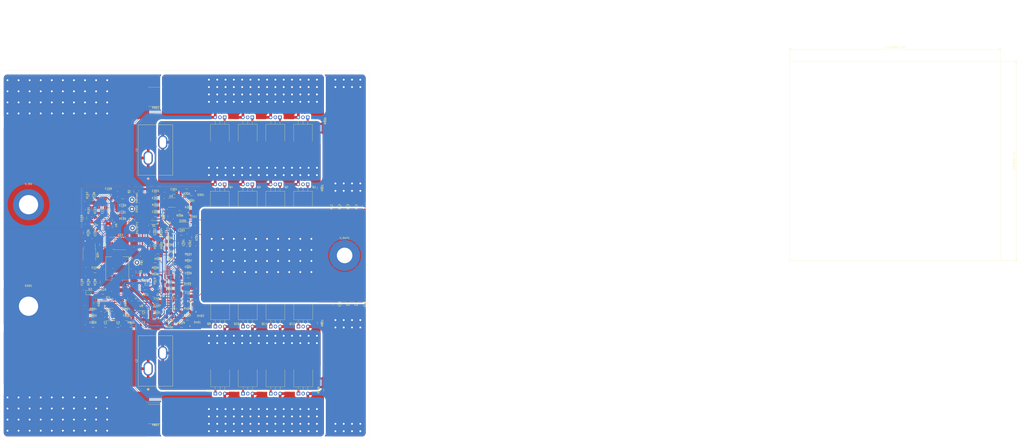
<source format=kicad_pcb>
(kicad_pcb (version 20221018) (generator pcbnew)
  (layers (0 "F.Cu" signal) (31 "B.Cu" signal) (34 "B.Paste" user) (35 "F.Paste" user) (36 "B.SilkS" user "B.Silkscreen") (37 "F.SilkS" user "F.Silkscreen") (38 "B.Mask" user) (39 "F.Mask" user) (44 "Edge.Cuts" user))
  (net 0 "")
  (net 1 "Vout")
  (net 2 "GND")
  (net 3 "Vin")
  (net 4 "/HO1")
  (net 5 "/LO1")
  (net 6 "Net-(U2-NEG)")
  (net 7 "/HO2")
  (net 8 "/LO2")
  (net 9 "Net-(U3-HO)")
  (net 10 "Net-(U3-LO)")
  (net 11 "Net-(U3-HL)")
  (net 12 "Net-(U3-LL)")
  (net 13 "Net-(Q1-S)")
  (net 14 "Net-(Q10-S)")
  (net 15 "/12V")
  (net 16 "Net-(U2-POS)")
  (net 17 "Net-(C106-Pad1)")
  (net 18 "Net-(C108-Pad1)")
  (net 19 "Net-(D500-K)")
  (net 20 "Net-(C201-Pad1)")
  (net 21 "Net-(D300-K)")
  (net 22 "Net-(D400-K)")
  (net 23 "Net-(D300-A)")
  (net 24 "Net-(D400-A)")
  (net 25 "Net-(D500-A)")
  (net 26 "Net-(Q5-S)")
  (net 27 "Net-(Q13-S)")
  (net 28 "Net-(R2-Pad1)")
  (net 29 "/CS1")
  (net 30 "/CS2")
  (net 31 "/5V")
  (net 32 "Net-(D301-K)")
  (net 33 "Net-(D302-K)")
  (net 34 "Net-(D401-K)")
  (net 35 "Net-(D402-K)")
  (net 36 "Net-(ON/OFF1-Pad1)")
  (net 37 "Net-(IC2-CAP-)")
  (net 38 "Net-(IC2-CAP+)")
  (net 39 "/-5V")
  (net 40 "Net-(IC4-+IN2)")
  (net 41 "Net-(IC4-+IN1)")
  (net 42 "Net-(IC4--IN1)")
  (net 43 "Net-(IC4--IN2)")
  (net 44 "Net-(U7-1Y)")
  (net 45 "Net-(U7-2Y)")
  (net 46 "/U1-VCC")
  (net 47 "Net-(U1-VCC)")
  (net 48 "Net-(U7-2B)")
  (net 49 "Net-(U7-1B)")
  (net 52 "Net-(FB1-Pad1)")
  (net 54 "Net-(U6-VCC)")
  (net 55 "Net-(U6-SYNCIN)")
  (net 56 "Net-(U6-SS_TRK)")
  (net 57 "Net-(U6-RT)")
  (net 58 "Net-(U6-PGOOD)")
  (net 59 "Net-(U6-ILIM)")
  (net 60 "Net-(U6-FB)")
  (net 61 "Net-(U6-EN_UVLO)")
  (net 62 "Net-(U6-COMP)")
  (net 63 "Net-(U6-BST)")
  (net 64 "Net-(U5-LO)")
  (net 65 "Net-(U5-HO)")
  (net 66 "Net-(U5-HL)")
  (net 67 "Net-(U4-2Y)")
  (net 68 "Net-(U4-2A)")
  (net 69 "Net-(U4-1Y)")
  (net 70 "Net-(U1-UVLO)")
  (net 71 "Net-(U1-SS1)")
  (net 72 "Net-(U1-RT{slash}SYNC)")
  (net 73 "Net-(U1-RES)")
  (net 74 "Net-(U1-OUT2)")
  (net 75 "Net-(U1-OUT1)")
  (net 76 "Net-(U1-DCL)")
  (net 77 "Net-(Q34-G)")
  (net 78 "Net-(Q33-S)")
  (net 79 "Net-(Q33-G)")
  (net 80 "Net-(D2-A)")
  (net 81 "Net-(D1-K)")
  (footprint "Resistor_SMD:R_1206_3216Metric_Pad1.30x1.75mm_HandSolder" (layer "F.Cu") (at 165 207.8 180)
    (fp_text reference "R405")
    (fp_text value "2.2")
  )
  (footprint "Resistor_SMD:R_1206_3216Metric_Pad1.30x1.75mm_HandSolder" (layer "F.Cu") (at 158.6 206.8 180)
    (fp_text reference "R400")
    (fp_text value "49.9")
  )
  (footprint "Resistor_SMD:R_1206_3216Metric_Pad1.30x1.75mm_HandSolder" (layer "F.Cu") (at 118.55 195.45 -90)
    (fp_text reference "R905")
    (fp_text value "148k")
  )
  (footprint "Resistor_SMD:R_1206_3216Metric_Pad1.30x1.75mm_HandSolder" (layer "F.Cu") (at 156.8 148.5 90)
    (fp_text reference "R300")
    (fp_text value "49.9")
  )
  (footprint "TestPoint:TestPoint_THTPad_D2.5mm_Drill1.2mm" (layer "F.Cu") (at 138.3 139.5)
    (fp_text reference "Vsense1")
    (fp_text value "MountingHole_Pad")
  )
  (footprint "Capacitor_SMD:C_1206_3216Metric_Pad1.33x1.80mm_HandSolder" (layer "F.Cu") (at 151.885 198.7)
    (fp_text reference "C402")
    (fp_text value "33pF")
  )
  (footprint "Resistor_SMD:R_1206_3216Metric_Pad1.30x1.75mm_HandSolder" (layer "F.Cu") (at 127.6 145.3125 90)
    (fp_text reference "R102")
    (fp_text value "39.2k")
  )
  (footprint "Capacitor_SMD:C_1206_3216Metric_Pad1.33x1.80mm_HandSolder" (layer "F.Cu") (at 112.9 149.55 -90)
    (fp_text reference "C103")
    (fp_text value "2.2uF")
  )
  (footprint "Capacitor_SMD:C_1210_3225Metric_Pad1.33x2.70mm_HandSolder" (layer "F.Cu") (at 252.9 196.0375 -90)
    (fp_text reference "C9")
    (fp_text value "10uF")
  )
  (footprint "Resistor_SMD:R_1206_3216Metric_Pad1.30x1.75mm_HandSolder" (layer "F.Cu") (at 120.05 184.225 90)
    (fp_text reference "R108")
    (fp_text value "18k")
  )
  (footprint "Capacitor_SMD:C_1206_3216Metric_Pad1.33x1.80mm_HandSolder" (layer "F.Cu") (at 158.4 162.1)
    (fp_text reference "C200")
    (fp_text value "470pF")
  )
  (footprint "TestPoint:TestPoint_THTPad_D2.5mm_Drill1.2mm" (layer "F.Cu") (at 140.9 173.5)
    (fp_text reference "FB1")
    (fp_text value "MountingHole_Pad")
  )
  (footprint "SnapEDA Library:TO-220-3_Horizontal_TabDown no hole" (layer "F.Cu") (at 203.4 131.1875 180)
    (fp_text reference "Q3")
    (fp_text value "NMOS")
  )
  (footprint "Capacitor_SMD:C_1206_3216Metric_Pad1.33x1.80mm_HandSolder" (layer "F.Cu") (at 148.8 156.9 -90)
    (fp_text reference "C202")
    (fp_text value "0.1uF")
  )
  (footprint "Resistor_SMD:R_1206_3216Metric_Pad1.30x1.75mm_HandSolder" (layer "F.Cu") (at 164.1 146.3 180)
    (fp_text reference "R306")
    (fp_text value "2.2")
  )
  (footprint "SnapEDA Library:PSR500HTQFB0L10" (layer "F.Cu") (at 151 255.6 180)
    (fp_text reference "R802")
    (fp_text value "0.0001")
  )
  (footprint "Resistor_SMD:R_1206_3216Metric_Pad1.30x1.75mm_HandSolder" (layer "F.Cu") (at 152.4 183.6 90)
    (fp_text reference "R510")
    (fp_text value "1k")
  )
  (footprint "SnapEDA Library:TO-252-3_TabPin2 modded" (layer "F.Cu") (at 131.94 163.12)
    (fp_text reference "Q33")
    (fp_text value "DMT10H009LK3-13")
  )
  (footprint "Resistor_SMD:R_1206_3216Metric_Pad1.30x1.75mm_HandSolder" (layer "F.Cu") (at 137.7 207.75)
    (fp_text reference "R803")
    (fp_text value "300")
  )
  (footprint "Capacitor_SMD:C_1206_3216Metric_Pad1.33x1.80mm_HandSolder" (layer "F.Cu") (at 158.6 203.1 180)
    (fp_text reference "C400")
    (fp_text value "22uF")
  )
  (footprint "Resistor_SMD:R_1206_3216Metric_Pad1.30x1.75mm_HandSolder" (layer "F.Cu") (at 150.8 178.1)
    (fp_text reference "R508")
    (fp_text value "150")
  )
  (footprint "Capacitor_SMD:C_1206_3216Metric_Pad1.33x1.80mm_HandSolder" (layer "F.Cu") (at 118.25 178.125)
    (fp_text reference "C108")
    (fp_text value "820pF")
  )
  (footprint "Resistor_SMD:R_1206_3216Metric_Pad1.30x1.75mm_HandSolder" (layer "F.Cu") (at 120.1 145.3 90)
    (fp_text reference "R103")
    (fp_text value "20k")
  )
  (footprint "SnapEDA Library:SOP65P640X120-16N" (layer "F.Cu") (at 160.475 177.775)
    (fp_text reference "U1")
    (fp_text value "LM5032MTCX_NOPB")
  )
  (footprint "Resistor_SMD:R_1206_3216Metric_Pad1.30x1.75mm_HandSolder" (layer "F.Cu") (at 148.9 164.3 90)
    (fp_text reference "R501")
    (fp_text value "1.1k")
  )
  (footprint "Resistor_SMD:R_1206_3216Metric_Pad1.30x1.75mm_HandSolder" (layer "F.Cu") (at 158.4 165.8)
    (fp_text reference "R200")
    (fp_text value "30.1k")
  )
  (footprint "Diode_SMD:D_SOD-123" (layer "F.Cu") (at 150.1 151.8 180)
    (fp_text reference "D1")
    (fp_text value "2.0V")
  )
  (footprint "Resistor_SMD:R_1206_3216Metric_Pad1.30x1.75mm_HandSolder" (layer "F.Cu") (at 241.1 96.8 -90)
    (fp_text reference "R900")
    (fp_text value "1k")
  )
  (footprint "SnapEDA Library:TO-220-3_Horizontal_TabDown no hole" (layer "F.Cu") (at 188.4 94.8875 180)
    (fp_text reference "Q5")
    (fp_text value "NMOS")
  )
  (footprint "Capacitor_SMD:C_1206_3216Metric_Pad1.33x1.80mm_HandSolder" (layer "F.Cu") (at 121.7 163.8625 -90)
    (fp_text reference "C104")
    (fp_text value "100nF")
  )
  (footprint "Resistor_SMD:R_1206_3216Metric_Pad1.30x1.75mm_HandSolder" (layer "F.Cu") (at 138.7 150.45 90)
    (fp_text reference "R1")
    (fp_text value "47k")
  )
  (footprint "SnapEDA Library:TO-220-3_Horizontal_TabDown no hole" (layer "F.Cu") (at 218.4 94.9 180)
    (fp_text reference "Q7")
    (fp_text value "NMOS")
  )
  (footprint "Capacitor_SMD:C_1206_3216Metric_Pad1.33x1.80mm_HandSolder" (layer "F.Cu") (at 124 145.3 90)
    (fp_text reference "C102")
    (fp_text value "56nF")
  )
  (footprint "Capacitor_SMD:C_1210_3225Metric_Pad1.33x2.70mm_HandSolder" (layer "F.Cu") (at 133.1625 140.3 180)
    (fp_text reference "C100")
    (fp_text value "10uF")
  )
  (footprint "Resistor_SMD:R_1206_3216Metric_Pad1.30x1.75mm_HandSolder" (layer "F.Cu") (at 119.5 137.1625 90)
    (fp_text reference "R106")
    (fp_text value "2.87k")
  )
  (footprint "SnapEDA Library:U_VSSOP8_DCU_00_TEX" (layer "F.Cu") (at 145.9 184.8)
    (fp_text reference "U7")
    (fp_text value "SN74LVC2G08QDCURQ1")
  )
  (footprint "SnapEDA Library:TO-220-3_Horizontal_TabDown no hole" (layer "F.Cu") (at 233.4 131.1875 180)
    (fp_text reference "Q1")
    (fp_text value "NMOS")
  )
  (footprint "Capacitor_SMD:C_1206_3216Metric_Pad1.33x1.80mm_HandSolder" (layer "F.Cu") (at 130.7 207.8 180)
    (fp_text reference "C2")
    (fp_text value "1uF")
  )
  (footprint "SnapEDA Library:MBRM130LT1G" (layer "F.Cu") (at 170.949 208.75)
    (fp_text reference "D401")
    (fp_text value "MBRM130LT1G" hide)
  )
  (footprint "Capacitor_SMD:C_1206_3216Metric_Pad1.33x1.80mm_HandSolder" (layer "F.Cu") (at 144.6 202.4)
    (fp_text reference "C4")
    (fp_text value "1uF")
  )
  (footprint "Capacitor_SMD:C_1206_3216Metric_Pad1.33x1.80mm_HandSolder" (layer "F.Cu") (at 116.5 157.4625 -90)
    (fp_text reference "C105")
    (fp_text value "100nF")
  )
  (footprint "Resistor_SMD:R_1206_3216Metric_Pad1.30x1.75mm_HandSolder" (layer "F.Cu") (at 152.3 169.8 180)
    (fp_text reference "R506")
    (fp_text value "150")
  )
  (footprint "MountingHole:MountingHole_8.4mm_M8_Pad_TopBottom" (layer "F.Cu") (at 82.2 197.2)
    (fp_text reference "GND1")
    (fp_text value "MountingHole_Pad")
  )
  (footprint "Resistor_SMD:R_1206_3216Metric_Pad1.30x1.75mm_HandSolder" (layer "F.Cu") (at 167.9 163.2375 -90)
    (fp_text reference "R202")
    (fp_text value "1.37k")
  )
  (footprint "Resistor_SMD:R_1206_3216Metric_Pad1.30x1.75mm_HandSolder" (layer "F.Cu") (at 116.5 184.225 90)
    (fp_text reference "R109")
    (fp_text value "24.9")
  )
  (footprint "Capacitor_SMD:C_1206_3216Metric_Pad1.33x1.80mm_HandSolder" (layer "F.Cu") (at 151.9225 194.8)
    (fp_text reference "C403")
    (fp_text value "33pF")
  )
  (footprint "Resistor_SMD:R_1206_3216Metric_Pad1.30x1.75mm_HandSolder" (layer "F.Cu") (at 150.9 144.2)
    (fp_text reference "R304")
    (fp_text value "150")
  )
  (footprint "Resistor_SMD:R_1206_3216Metric_Pad1.30x1.75mm_HandSolder" (layer "F.Cu") (at 239.5 206.3 90)
    (fp_text reference "R801")
    (fp_text value "1k")
  )
  (footprint "SnapEDA Library:TO-220-3_Horizontal_TabDown no hole" (layer "F.Cu") (at 218.4 131.1875 180)
    (fp_text reference "Q2")
    (fp_text value "NMOS")
  )
  (footprint "Resistor_SMD:R_1206_3216Metric_Pad1.30x1.75mm_HandSolder" (layer "F.Cu") (at 133.1625 148.0125 180)
    (fp_text reference "R100")
    (fp_text value "62.0k")
  )
  (footprint "SnapEDA Library:SOT65P210X110-6N" (layer "F.Cu") (at 152.3 189.1 180)
    (fp_text reference "U4")
    (fp_text value "SN74LVC2G14IDCKRQ1")
  )
  (footprint "LED_SMD:LED_1206_3216Metric_Pad1.42x1.75mm_HandSolder" (layer "F.Cu") (at 115.6 189.8)
    (fp_text reference "D2")
    (fp_text value "LED")
  )
  (footprint "SnapEDA Library:QFN50P450X350X100-21N MODDED" (layer "F.Cu") (at 125.3 152.4125 -90)
    (fp_text reference "U6")
    (fp_text value "LM5146QRGYRQ1")
  )
  (footprint "MountingHole:MountingHole_8.4mm_M8_Pad_TopBottom" (layer "F.Cu") (at 82.2 142.2)
    (fp_text reference "V_IN1")
    (fp_text value "MountingHole_Pad")
  )
  (footprint "Resistor_SMD:R_1206_3216Metric_Pad1.30x1.75mm_HandSolder" (layer "F.Cu") (at 118.0625 151.4125 180)
    (fp_text reference "R104")
    (fp_text value "20k")
  )
  (footprint "Resistor_SMD:R_1206_3216Metric_Pad1.30x1.75mm_HandSolder" (layer "F.Cu") (at 112.8 157.4625 90)
    (fp_text reference "R105")
    (fp_text value "866")
  )
  (footprint "Capacitor_SMD:C_1206_3216Metric_Pad1.33x1.80mm_HandSolder" (layer "F.Cu") (at 164.9 157.9 180)
    (fp_text reference "C203")
    (fp_text value "0.1uF")
  )
  (footprint "Capacitor_SMD:C_1206_3216Metric_Pad1.33x1.80mm_HandSolder" (layer "F.Cu") (at 123.9 207.8)
    (fp_text reference "C1")
    (fp_text value "1uF")
  )
  (footprint "Resistor_SMD:R_1206_3216Metric_Pad1.30x1.75mm_HandSolder" (layer "F.Cu") (at 122.4 189.8 180)
    (fp_text reference "R110")
    (fp_text value "1k")
  )
  (footprint "Capacitor_SMD:C_1210_3225Metric_Pad1.33x2.70mm_HandSolder" (layer "F.Cu") (at 261.9 196.0375 -90)
    (fp_text reference "C15")
    (fp_text value "10uF")
  )
  (footprint "Resistor_SMD:R_1206_3216Metric_Pad1.30x1.75mm_HandSolder" (layer "F.Cu") (at 141.3 178.7 -90)
    (fp_text reference "R3")
    (fp_text value "10k")
  )
  (footprint "Capacitor_SMD:C_1206_3216Metric_Pad1.33x1.80mm_HandSolder" (layer "F.Cu") (at 117.1 207.7)
    (fp_text reference "C900")
    (fp_text value "100pF")
  )
  (footprint "SnapEDA Library:SOIC127P600X175-8N" (layer "F.Cu") (at 126 195.7)
    (fp_text reference "IC4")
    (fp_text value "AD8092ARZ")
  )
  (footprint "Capacitor_SMD:C_1210_3225Metric_Pad1.33x2.70mm_HandSolder" (layer "F.Cu") (at 257.4 196.0375 -90)
    (fp_text reference "C8")
    (fp_text value "10uF")
  )
  (footprint "TestPoint:TestPoint_THTPad_D2.5mm_Drill1.2mm" (layer "F.Cu") (at 138.5 154.85)
    (fp_text reference "ON/OFF1")
    (fp_text value "MountingHole_Pad")
  )
  (footprint "SnapEDA Library:TO-220-3_Horizontal_TabDown no hole" (layer "F.Cu") (at 198.4 244.5125)
    (fp_text reference "Q14")
    (fp_text value "NMOS")
  )
  (footprint "Resistor_SMD:R_1206_3216Metric_Pad1.30x1.75mm_HandSolder" (layer "F.Cu") (at 150.8 174.6 180)
    (fp_text reference "R509")
    (fp_text value "150")
  )
  (footprint "SnapEDA Library:SOIC127P600X175-8N" (layer "F.Cu") (at 126 202.5)
    (fp_text reference "IC2")
    (fp_text value "MAX1681ESA+")
  )
  (footprint "Capacitor_SMD:C_1206_3216Metric_Pad1.33x1.80mm_HandSolder" (layer "F.Cu") (at 133.1625 144.4125 180)
    (fp_text reference "C101")
    (fp_text value "100nF")
  )
  (footprint "Capacitor_SMD:C_1210_3225Metric_Pad1.33x2.70mm_HandSolder" (layer "F.Cu") (at 261.9 143.3375 90)
    (fp_text reference "C14")
    (fp_text value "10uF")
  )
  (footprint "Resistor_SMD:R_1206_3216Metric_Pad1.30x1.75mm_HandSolder" (layer "F.Cu") (at 152.4 164.3 -90)
    (fp_text reference "R500")
    (fp_text value "35.7k")
  )
  (footprint "Capacitor_SMD:C_1206_3216Metric_Pad1.33x1.80mm_HandSolder" (layer "F.Cu") (at 168.6825 181 180)
    (fp_text reference "C500")
    (fp_text value "0.1uF")
  )
  (footprint "Capacitor_SMD:C_1206_3216Metric_Pad1.33x1.80mm_HandSolder" (layer "F.Cu") (at 150.8875 136.6)
    (fp_text reference "C303")
    (fp_text value "33pF")
  )
  (footprint "SnapEDA Library:MBRM130LT1G" (layer "F.Cu") (at 174.199 201.05)
    (fp_text reference "D402")
    (fp_text value "MBRM130LT1G" hide)
  )
  (footprint "Diode_SMD:D_SMA" (layer "F.Cu") (at 168.3 187.4)
    (fp_text reference "D400")
    (fp_text value "BYG20J-E3/TR")
  )
  (footprint "SnapEDA Library:MBRM130LT1G" (layer "F.Cu") (at 170.049 147.25)
    (fp_text reference "D302")
    (fp_text value "MBRM130LT1G" hide)
  )
  (footprint "Capacitor_SMD:C_1206_3216Metric_Pad1.33x1.80mm_HandSolder" (layer "F.Cu") (at 125.5 139.0625)
    (fp_text reference "C107")
    (fp_text value "470pF")
  )
  (footprint "Capacitor_SMD:C_1210_3225Metric_Pad1.33x2.70mm_HandSolder" (layer "F.Cu") (at 248.4 143.3375 90)
    (fp_text reference "C11")
    (fp_text value "10uF")
  )
  (footprint "Resistor_SMD:R_1206_3216Metric_Pad1.30x1.75mm_HandSolder" (layer "F.Cu") (at 132.95 195.45 -90)
    (fp_text reference "R805")
    (fp_text value "148k")
  )
  (footprint "Capacitor_SMD:C_1206_3216Metric_Pad1.33x1.80mm_HandSolder" (layer "F.Cu") (at 112.95 184.225 90)
    (fp_text reference "C109")
    (fp_text value "22uF")
  )
  (footprint "Resistor_SMD:R_1206_3216Metric_Pad1.30x1.75mm_HandSolder" (layer "F.Cu") (at 170.35 138.2 180)
    (fp_text reference "R301")
    (fp_text value "3.3")
  )
  (footprint "Resistor_SMD:R_1206_3216Metric_Pad1.30x1.75mm_HandSolder" (layer "F.Cu") (at 152.3 156.9 90)
    (fp_text reference "R204")
    (fp_text value "2.0k")
  )
  (footprint "SnapEDA Library:EDITED-IND_IHDM1107BBEVR47M20_VIS" (layer "F.Cu") (at 146.982452 231.045099 90)
    (fp_text reference "L2")
    (fp_text value "470nH")
  )
  (footprint "Resistor_SMD:R_1206_3216Metric_Pad1.30x1.75mm_HandSolder" (layer "F.Cu") (at 168.8 141.9 180)
    (fp_text reference "R302")
    (fp_text value "3.3")
  )
  (footprint "SnapEDA Library:TO-220-3_Horizontal_TabDown no hole" (layer "F.Cu") (at 233.4 94.9 180)
    (fp_text reference "Q8")
    (fp_text value "NMOS")
  )
  (footprint "Diode_SMD:D_SMA" (layer "F.Cu") (at 165.7 153.3 180)
    (fp_text reference "D300")
    (fp_text value "BYG20J-E3/TR")
  )
  (footprint "MountingHole:MountingHole_8.4mm_M8_Pad_TopBottom" (layer "F.Cu") (at 253.4 169.7)
    (fp_text reference "V_OUT1")
    (fp_text value "MountingHole_Pad")
  )
  (footprint "Package_TO_SOT_SMD:SOT-23-5" (layer "F.Cu") (at 157.9 157.8)
    (fp_text reference "U2")
    (fp_text value "LM8261M5")
  )
  (footprint "SnapEDA Library:TO-252-3_TabPin2 modded" (layer "F.Cu") (at 115.175 169.34 -90)
    (fp_text reference "Q34")
    (fp_text value "DMT10H009LK3-13")
  )
  (footprint "SnapEDA Library:TO-220-3_Horizontal_TabDown no hole" (layer "F.Cu") (at 203.4 94.9 180)
    (fp_text reference "Q6")
    (fp_text value "NMOS")
  )
  (footprint "Resistor_SMD:R_1206_3216Metric_Pad1.30x1.75mm_HandSolder" (layer "F.Cu") (at 168.25 200.1 180)
    (fp_text reference "R406")
    (fp_text value "2.2")
  )
  (footprint "SnapEDA Library:TO-220-3_Horizontal_TabDown no hole" (layer "F.Cu") (at 213.4 208.2)
    (fp_text reference "Q11")
    (fp_text value "NMOS")
  )
  (footprint "SnapEDA Library:TO-220-3_Horizontal_TabDown no hole" (layer "F.Cu") (at 228.4 244.5125)
    (fp_text reference "Q16")
    (fp_text value "NMOS")
  )
  (footprint "SnapEDA Library:TO-220-3_Horizontal_TabDown no hole" (layer "F.Cu") (at 198.4 208.2)
    (fp_text reference "Q10")
    (fp_text value "NMOS")
  )
  (footprint "Resistor_SMD:R_1206_3216Metric_Pad1.30x1.75mm_HandSolder" (layer "F.Cu") (at 117.138 200.45 180)
    (fp_text reference "R904")
    (fp_text value "10k")
  )
  (footprint "Resistor_SMD:R_1206_3216Metric_Pad1.30x1.75mm_HandSolder" (layer "F.Cu") (at 116.4 145.3 -90)
    (fp_text reference "R101")
    (fp_text value "4.99k")
  )
  (footprint "Capacitor_SMD:C_1206_3216Metric_Pad1.33x1.80mm_HandSolder" (layer "F.Cu") (at 135.3 204.05 180)
    (fp_text reference "C800")
    (fp_text value "100pF")
  )
  (footprint "Resistor_SMD:R_1206_3216Metric_Pad1.30x1.75mm_HandSolder" (layer "F.Cu") (at 241.1 242.6 90)
    (fp_text reference "R800")
    (fp_text value "1k")
  )
  (footprint "SnapEDA Library:TO-220-3_Horizontal_TabDown no hole" (layer "F.Cu") (at 183.4 208.2)
    (fp_text reference "Q9")
    (fp_text value "NMOS")
  )
  (footprint "SnapEDA Library:PSR500HTQFB0L10" (layer "F.Cu") (at 151 83.8 180)
    (fp_text reference "R902")
    (fp_text value "0.0001")
  )
  (footprint "Resistor_SMD:R_1206_3216Metric_Pad1.30x1.75mm_HandSolder" (layer "F.Cu") (at 169.8 196.3 180)
    (fp_text reference "R404")
    (fp_text value "3.3")
  )
  (footprint "Resistor_SMD:R_1206_3216Metric_Pad1.30x1.75mm_HandSolder" (layer "F.Cu") (at 145.4 189.2 180)
    (fp_text reference "R511")
    (fp_text value "1k")
  )
  (footprint "Resistor_SMD:R_1206_3216Metric_Pad1.30x1.75mm_HandSolder" (layer "F.Cu") (at 167.9 134.5 180)
    (fp_text reference "R305")
    (fp_text value "2.2")
  )
  (footprint "Capacitor_SMD:C_1206_3216Metric_Pad1.33x1.80mm_HandSolder" (layer "F.Cu") (at 144.4 207.8)
    (fp_text reference "C3")
    (fp_text value "4.7uF")
  )
  (footprint "SnapEDA Library:IND_MSS1210_COC" (layer "F.Cu") (at 130.3 176.725 -90)
    (fp_text reference "L4")
    (fp_text value "22uH")
  )
  (footprint "Resistor_SMD:R_1206_3216Metric_Pad1.30x1.75mm_HandSolder" (layer "F.Cu") (at 168.2 203.8 180)
    (fp_text reference "R403")
    (fp_text value "3.3")
  )
  (footprint "SnapEDA Library:SOIC127P599X175-8N" (layer "F.Cu") (at 160.755 196.1)
    (fp_text reference "U5")
    (fp_text value "UCC27712DR")
  )
  (footprint "Capacitor_SMD:C_1206_3216Metric_Pad1.33x1.80mm_HandSolder" (layer "F.Cu") (at 150.9125 147.835)
    (fp_text reference "C300")
    (fp_text value "22uF")
  )
  (footprint "Resistor_SMD:R_1206_3216Metric_Pad1.30x1.75mm_HandSolder" (layer "F.Cu") (at 168.675 174.175)
    (fp_text reference "R502")
    (fp_text value "28.7k")
  )
  (footprint "TestPoint:TestPoint_THTPad_D2.5mm_Drill1.2mm" (layer "F.Cu") (at 138.2 144.5)
    (fp_text reference "GND2")
    (fp_text value "MountingHole_Pad")
  )
  (footprint "Resistor_SMD:R_1206_3216Metric_Pad1.30x1.75mm_HandSolder" (layer "F.Cu") (at 168.675 170.8)
    (fp_text reference "R503")
    (fp_text value "34.1k")
  )
  (footprint "Capacitor_SMD:C_1210_3225Metric_Pad1.33x2.70mm_HandSolder" (layer "F.Cu") (at 257.4 143.3375 90)
    (fp_text reference "C13")
    (fp_text value "10uF")
  )
  (footprint "Resistor_SMD:R_1206_3216Metric_Pad1.30x1.75mm_HandSolder" (layer "F.Cu") (at 157.4 153.7 180)
    (fp_text reference "R203")
    (fp_text value "2.0k")
  )
  (footprint "Resistor_SMD:R_1206_3216Metric_Pad1.30x1.75mm_HandSolder" (layer "F.Cu") (at 160.5 169.5 180)
    (fp_text reference "R504")
    (fp_text value "150")
  )
  (footprint "Capacitor_SMD:C_1206_3216Metric_Pad1.33x1.80mm_HandSolder" (layer "F.Cu") (at 168.675 177.6 180)
    (fp_text reference "C501")
    (fp_text value "0.1uF")
  )
  (footprint "Resistor_SMD:R_1206_3216Metric_Pad1.30x1.75mm_HandSolder" (layer "F.Cu") (at 138.3 135.1 90)
    (fp_text reference "R2")
    (fp_text value "1k")
  )
  (footprint "Resistor_SMD:R_1206_3216Metric_Pad1.30x1.75mm_HandSolder" (layer "F.Cu") (at 117.138 204.05 180)
    (fp_text reference "R903")
    (fp_text value "300")
  )
  (footprint "Diode_SMD:D_SOD-523" (layer "F.Cu") (at 159.3 172.8)
    (fp_text reference "D500")
    (fp_text value "CMOD4448 TR PBFREE")
  )
  (footprint "Capacitor_SMD:C_1206_3216Metric_Pad1.33x1.80mm_HandSolder" (layer "F.Cu") (at 150.8875 140.5)
    (fp_text reference "C302")
    (fp_text value "33pF")
  )
  (footprint "Resistor_SMD:R_1206_3216Metric_Pad1.30x1.75mm_HandSolder" (layer "F.Cu") (at 159.1 185.8)
    (fp_text reference "R505")
    (fp_text value "150")
  )
  (footprint "SnapEDA Library:TO-220-3_Horizontal_TabDown no hole" (layer "F.Cu") (at 188.4 131.1875 180)
    (fp_text reference "Q4")
    (fp_text value "NMOS")
  )
  (footprint "Resistor_SMD:R_1206_3216Metric_Pad1.30x1.75mm_HandSolder" (layer "F.Cu") (at 171.5 159.9 -90)
    (fp_text reference "R201")
    (fp_text value "36.5k")
  )
  (footprint "SnapEDA Library:MBRM130LT1G" (layer "F.Cu") (at 173.9 135.45)
    (fp_text reference "D301")
    (fp_text value "MBRM130LT1G" hide)
  )
  (footprint "Capacitor_SMD:C_1206_3216Metric_Pad1.33x1.80mm_HandSolder" (layer "F.Cu") (at 168.8 191.8)
    (fp_text reference "C401")
    (fp_text value "2.2uF")
  )
  (footprint "Resistor_SMD:R_1206_3216Metric_Pad1.30x1.75mm_HandSolder" (layer "F.Cu") (at 159.1 189.3 180)
    (fp_text reference "R507")
    (fp_text value "150")
  )
  (footprint "Resistor_SMD:R_1206_3216Metric_Pad1.30x1.75mm_HandSolder" (layer "F.Cu") (at 115.9 137.1625 90)
    (fp_text reference "R107")
    (fp_text value "1.27k")
  )
  (footprint "Resistor_SMD:R_1206_3216Metric_Pad1.30x1.75mm_HandSolder" (layer "F.Cu") (at 151.9 202.4)
    (fp_text reference "R401")
    (fp_text value "150")
  )
  (footprint "SnapEDA Library:D8" (layer "F.Cu") (at 143.3 197)
    (fp_text reference "U8")
    (fp_text value "TPS76650DRM3")
  )
  (footprint "Capacitor_SMD:C_1206_3216Metric_Pad1.33x1.80mm_HandSolder" (layer "F.Cu") (at 125.5 135.3625)
    (fp_text reference "C106")
    (fp_text value "8.2nF")
  )
  (footprint "Resistor_SMD:R_1206_3216Metric_Pad1.30x1.75mm_HandSolder" (layer "F.Cu") (at 135.3 200.45)
    (fp_text reference "R804")
    (fp_text value "10k")
  )
  (footprint "SnapEDA Library:TO-220-3_Horizontal_TabDown no hole" (layer "F.Cu") (at 213.4 244.5125)
    (fp_text reference "Q15")
    (fp_text value "NMOS")
  )
  (footprint "SnapEDA Library:TO-220-3_Horizontal_TabDown no hole" (layer "F.Cu") (at 228.4 208.2)
    (fp_text reference "Q12")
    (fp_text value "NMOS")
  )
  (footprint "Capacitor_SMD:C_1206_3216Metric_Pad1.33x1.80mm_HandSolder" (layer "F.Cu") (at 160.9 135.7 180)
    (fp_text reference "C301")
    (fp_text value "2.2uF")
  )
  (footprint "SnapEDA Library:TO-220-3_Horizontal_TabDown no hole" (layer "F.Cu") (at 183.4 244.5125)
    (fp_text reference "Q13")
    (fp_text value "NMOS")
  )
  (footprint "SnapEDA Library:SOIC127P599X175-8N" (layer "F.Cu") (at 159.755 141.1)
    (fp_text reference "U3")
    (fp_text value "UCC27712DR")
  )
  (footprint "Capacitor_SMD:C_1210_3225Metric_Pad1.33x2.70mm_HandSolder" (layer "F.Cu") (at 252.9 143.3375 90)
    (fp_text reference "C12")
    (fp_text value "10uF")
  )
  (footprint "SnapEDA Library:EDITED-IND_IHDM1107BBEVR47M20_VIS" (layer "F.Cu") (at 147.000001 116.899998 90)
    (fp_text reference "L1")
    (fp_text value "470nH")
  )
  (footprint "Capacitor_SMD:C_1206_3216Metric_Pad1.33x1.80mm_HandSolder" (layer "F.Cu") (at 164.2 163.2 90)
    (fp_text reference "C201")
    (fp_text value "0.1uF")
  )
  (footprint "Capacitor_SMD:C_1210_3225Metric_Pad1.33x2.70mm_HandSolder" (layer "F.Cu") (at 248.4 196.0375 -90)
    (fp_text reference "C10")
    (fp_text value "10uF")
  )
  (footprint "Resistor_SMD:R_1206_3216Metric_Pad1.30x1.75mm_HandSolder" (layer "F.Cu") (at 239.5 133.1 -90)
    (fp_text reference "R901")
    (fp_text value "1k")
  )
  (gr_line (start 494.5 64.6) (end 494.5 172.6) (stroke (width 0.1)) (layer "F.SilkS"))
  (gr_line (start 494.5 172.6) (end 608.8 172.6) (stroke (width 0.1)) (layer "F.SilkS"))
  (gr_line (start 608.8 64.6) (end 608.8 172.6) (stroke (width 0.1)) (layer "F.SilkS"))
  (gr_line (start 494.5 64.6) (end 608.8 64.6) (stroke (width 0.1)) (layer "F.SilkS"))
  (gr_line (start 264.8 69.700002) (end 68.800002 69.700002) (stroke (width 0.05)) (layer "Edge.Cuts"))
  (gr_arc (start 66.800002 71.700002) (mid 67.385788 70.285788) (end 68.800002 69.700002) (stroke (width 0.05)) (layer "Edge.Cuts"))
  (gr_line (start 68.800002 269.7) (end 264.8 269.7) (stroke (width 0.05)) (layer "Edge.Cuts"))
  (gr_arc (start 266.8 267.7) (mid 266.214214 269.114214) (end 264.8 269.7) (stroke (width 0.05)) (layer "Edge.Cuts"))
  (gr_line (start 66.800002 71.700002) (end 66.800002 267.7) (stroke (width 0.05)) (layer "Edge.Cuts"))
  (gr_arc (start 68.800002 269.7) (mid 67.385788 269.114214) (end 66.800002 267.7) (stroke (width 0.05)) (layer "Edge.Cuts"))
  (gr_arc (start 264.8 69.700002) (mid 266.214214 70.285788) (end 266.8 71.700002) (stroke (width 0.05)) (layer "Edge.Cuts"))
  (gr_line (start 266.8 267.7) (end 266.8 71.700002) (stroke (width 0.05)) (layer "Edge.Cuts"))
  (dimension (type aligned) (layer "F.SilkS") (pts (xy 494.5 64.6) (xy 608.8 64.6)) (height -6.6) (gr_text "114.3000 mm" (at 551.65 56.9) (layer "F.SilkS") (effects (font (size 1 1) (thickness 0.1)))) (format (prefix "") (suffix "") (units 3) (units_format 1) (precision 4)) (style (thickness 0.1) (arrow_length 1.27) (text_position_mode 0) (extension_height 0.58642) (extension_offset 0.5) keep_text_aligned))
  (dimension (type aligned) (layer "F.SilkS") (pts (xy 608.8 172.6) (xy 608.8 64.6)) (height 8.3) (gr_text "108.0000 mm" (at 616 118.6 90) (layer "F.SilkS") (effects (font (size 1 1) (thickness 0.1)))) (format (prefix "") (suffix "") (units 3) (units_format 1) (precision 4)) (style (thickness 0.1) (arrow_length 1.27) (text_position_mode 0) (extension_height 0.58642) (extension_offset 0.5) keep_text_aligned))
  (segment (start 176.05 158.35) (end 171.5 158.35) (width 0.25) (layer "F.Cu") (net 1))
  (segment (start 163.3 150.5) (end 160.2 147.4) (width 0.25) (layer "F.Cu") (net 1))
  (segment (start 160.455 141.735) (end 162.225 141.735) (width 0.25) (layer "F.Cu") (net 1))
  (segment (start 160.2 145.2) (end 159.8 144.8) (width 0.25) (layer "F.Cu") (net 1))
  (segment (start 159.785 136.1475) (end 159.785 141.065) (width 0.25) (layer "F.Cu") (net 1))
  (segment (start 176.275 150.5) (end 163.3 150.5) (width 0.25) (layer "F.Cu") (net 1))
  (segment (start 159.785 141.065) (end 160.455 141.735) (width 0.25) (layer "F.Cu") (net 1))
  (segment (start 167.55 193.9) (end 164.715 196.735) (width 0.25) (layer "F.Cu") (net 1))
  (segment (start 159.8 144.8) (end 159.8 142.3) (width 0.25) (layer "F.Cu") (net 1))
  (segment (start 168.5 193.9) (end 167.55 193.9) (width 0.25) (layer "F.Cu") (net 1))
  (segment (start 159.3375 135.7) (end 159.785 136.1475) (width 0.25) (layer "F.Cu") (net 1))
  (segment (start 176.8 149.975) (end 176.8 157.6) (width 0.25) (layer "F.Cu") (net 1))
  (segment (start 176.1 189.9) (end 185.9 189.9) (width 0.25) (layer "F.Cu") (net 1))
  (segment (start 170.3625 192.0375) (end 168.5 193.9) (width 0.25) (layer "F.Cu") (net 1))
  (segment (start 185.9 149.4875) (end 177.2875 149.4875) (width 0.25) (layer "F.Cu") (net 1))
  (segment (start 177.2875 149.4875) (end 176.8 149.975) (width 0.25) (layer "F.Cu") (net 1))
  (segment (start 174.2 191.8) (end 176.1 189.9) (width 0.25) (layer "F.Cu") (net 1))
  (segment (start 170.3625 191.8) (end 174.2 191.8) (width 0.25) (layer "F.Cu") (net 1))
  (segment (start 177.2875 149.4875) (end 176.275 150.5) (width 0.25) (layer "F.Cu") (net 1))
  (segment (start 159.3375 135.665) (end 159.3375 135.7) (width 0.25) (layer "F.Cu") (net 1))
  (segment (start 160.2 147.4) (end 160.2 145.2) (width 0.25) (layer "F.Cu") (net 1))
  (segment (start 160.365 141.735) (end 160.455 141.735) (width 0.25) (layer "F.Cu") (net 1))
  (segment (start 170.3625 191.8) (end 170.3625 192.0375) (width 0.25) (layer "F.Cu") (net 1))
  (segment (start 159.8 142.3) (end 160.365 141.735) (width 0.25) (layer "F.Cu") (net 1))
  (segment (start 176.8 157.6) (end 176.05 158.35) (width 0.25) (layer "F.Cu") (net 1))
  (segment (start 164.715 196.735) (end 163.225 196.735) (width 0.25) (layer "F.Cu") (net 1))
  (via (at 181.4 166.7) (size 2) (drill 1) (layers "F.Cu" "B.Cu") (net 1))
  (via (at 199.4 172.7) (size 2) (drill 1) (layers "F.Cu" "B.Cu") (net 1))
  (via (at 187.4 172.7) (size 2) (drill 1) (layers "F.Cu" "B.Cu") (net 1))
  (via (at 217.4 172.7) (size 2) (drill 1) (layers "F.Cu" "B.Cu") (net 1))
  (via (at 205.4 166.7) (size 2) (drill 1) (layers "F.Cu" "B.Cu") (net 1))
  (via (at 205.4 172.7) (size 2) (drill 1) (layers "F.Cu" "B.Cu") (net 1))
  (via (at 235.4 166.7) (size 2) (drill 1) (layers "F.Cu" "B.Cu") (net 1))
  (via (at 199.4 166.7) (size 2) (drill 1) (layers "F.Cu" "B.Cu") (net 1))
  (via (at 193.4 160.7) (size 2) (drill 1) (layers "F.Cu" "B.Cu") (net 1))
  (via (at 199.4 160.7) (size 2) (drill 1) (layers "F.Cu" "B.Cu") (net 1))
  (via (at 235.4 178.7) (size 2) (drill 1) (layers "F.Cu" "B.Cu") (net 1))
  (via (at 205.4 178.7) (size 2) (drill 1) (layers "F.Cu" "B.Cu") (net 1))
  (via (at 211.4 178.7) (size 2) (drill 1) (layers "F.Cu" "B.Cu") (net 1))
  (via (at 193.4 172.7) (size 2) (drill 1) (layers "F.Cu" "B.Cu") (net 1))
  (via (at 211.4 166.7) (size 2) (drill 1) (layers "F.Cu" "B.Cu") (net 1))
  (via (at 193.4 178.7) (size 2) (drill 1) (layers "F.Cu" "B.Cu") (net 1))
  (via (at 187.4 160.7) (size 2) (drill 1) (layers "F.Cu" "B.Cu") (net 1))
  (via (at 211.4 160.7) (size 2) (drill 1) (layers "F.Cu" "B.Cu") (net 1))
  (via (at 217.4 178.7) (size 2) (drill 1) (layers "F.Cu" "B.Cu") (net 1))
  (via (at 229.4 178.7) (size 2) (drill 1) (layers "F.Cu" "B.Cu") (net 1))
  (via (at 223.4 172.7) (size 2) (drill 1) (layers "F.Cu" "B.Cu") (net 1))
  (via (at 217.4 160.7) (size 2) (drill 1) (layers "F.Cu" "B.Cu") (net 1))
  (via (at 223.4 166.7) (size 2) (drill 1) (layers "F.Cu" "B.Cu") (net 1))
  (via (at 223.4 160.7) (size 2) (drill 1) (layers "F.Cu" "B.Cu") (net 1))
  (via (at 187.4 166.7) (size 2) (drill 1) (layers "F.Cu" "B.Cu") (net 1))
  (via (at 187.4 178.7) (size 2) (drill 1) (layers "F.Cu" "B.Cu") (net 1))
  (via (at 205.4 160.7) (size 2) (drill 1) (layers "F.Cu" "B.Cu") (net 1))
  (via (at 193.4 166.7) (size 2) (drill 1) (layers "F.Cu" "B.Cu") (net 1))
  (via (at 199.4 178.7) (size 2) (drill 1) (layers "F.Cu" "B.Cu") (net 1))
  (via (at 181.4 160.7) (size 2) (drill 1) (layers "F.Cu" "B.Cu") (net 1))
  (via (at 211.4 172.7) (size 2) (drill 1) (layers "F.Cu" "B.Cu") (net 1))
  (via (at 181.4 172.7) (size 2) (drill 1) (layers "F.Cu" "B.Cu") (net 1))
  (via (at 235.4 160.7) (size 2) (drill 1) (layers "F.Cu" "B.Cu") (net 1))
  (via (at 217.4 166.7) (size 2) (drill 1) (layers "F.Cu" "B.Cu") (net 1))
  (via (at 223.4 178.7) (size 2) (drill 1) (layers "F.Cu" "B.Cu") (net 1))
  (via (at 235.4 172.7) (size 2) (drill 1) (layers "F.Cu" "B.Cu") (net 1))
  (via (at 229.4 172.7) (size 2) (drill 1) (layers "F.Cu" "B.Cu") (net 1))
  (via (at 181.4 178.7) (size 2) (drill 1) (layers "F.Cu" "B.Cu") (net 1))
  (via (at 229.4 166.7) (size 2) (drill 1) (layers "F.Cu" "B.Cu") (net 1))
  (via (at 229.4 160.7) (size 2) (drill 1) (layers "F.Cu" "B.Cu") (net 1))
  (segment (start 144.3 185.578188) (end 144.327999 185.550189) (width 0.25) (layer "F.Cu") (net 2))
  (segment (start 112.9 152.725) (end 112.9 151.1125) (width 0.25) (layer "F.Cu") (net 2))
  (segment (start 157.605 180.695) (end 157.605 180.05) (width 0.25) (layer "F.Cu") (net 2))
  (segment (start 157.285 144.685) (end 157.3 144.7) (width 0.25) (layer "F.Cu") (net 2))
  (segment (start 112.895 161.92) (end 112.875 161.9) (width 1) (layer "F.Cu") (net 2))
  (segment (start 154.6 157.2) (end 155.2 157.8) (width 0.25) (layer "F.Cu") (net 2))
  (segment (start 136.85 200.45) (end 136.8625 200.4625) (width 0.25) (layer "F.Cu") (net 2))
  (segment (start 170.225 177.7625) (end 170.2375 177.775) (width 0.25) (layer "F.Cu") (net 2))
  (segment (start 157.285 143.005) (end 157.285 144.685) (width 0.25) (layer "F.Cu") (net 2))
  (segment (start 170.3 179.6) (end 170.3 177.8375) (width 0.25) (layer "F.Cu") (net 2))
  (segment (start 170.225 174.175) (end 170.225 177.7625) (width 0.25) (layer "F.Cu") (net 2))
  (segment (start 163.345 180.945) (end 163.345 180.05) (width 0.25) (layer "F.Cu") (net 2))
  (segment (start 170.225 170.8) (end 170.225 174.175) (width 0.25) (layer "F.Cu") (net 2))
  (segment (start 113 182.6125) (end 112.95 182.6625) (width 0.25) (layer "F.Cu") (net 2))
  (segment (start 115.588 200.45) (end 115.588 200.25) (width 0.25) (layer "F.Cu") (net 2))
  (segment (start 136.8625 200.4625) (end 136.8625 204.05) (width 0.25) (layer "F.Cu") (net 2))
  (segment (start 112.895 164.3) (end 112.895 161.92) (width 0.25) (layer "F.Cu") (net 2))
  (segment (start 158.81 181.9) (end 157.605 180.695) (width 0.25) (layer "F.Cu") (net 2))
  (segment (start 113 180.825) (end 113 182.6125) (width 0.25) (layer "F.Cu") (net 2))
  (segment (start 125.55 154.0625) (end 125.55 154.875) (width 0.25) (layer "F.Cu") (net 2))
  (segment (start 159.4 181.9) (end 158.81 181.9) (width 0.25) (layer "F.Cu") (net 2))
  (segment (start 155.2 157.8) (end 156.7625 157.8) (width 0.25) (layer "F.Cu") (net 2))
  (segment (start 116.5 160.625) (end 116.5 159.025) (width 0.25) (layer "F.Cu") (net 2))
  (segment (start 113.9 135.6) (end 115.8875 135.6) (width 0.25) (layer "F.Cu") (net 2))
  (segment (start 121.3 150.5) (end 121.5625 150.7625) (width 0.25) (layer "F.Cu") (net 2))
  (segment (start 158.285 199.785) (end 158.285 198.005) (width 0.25) (layer "F.Cu") (net 2))
  (segment (start 121.5625 150.7625) (end 123.55 150.7625) (width 0.25) (layer "F.Cu") (net 2))
  (segment (start 170.3 179.6) (end 170.3 180.945) (width 0.25) (layer "F.Cu") (net 2))
  (segment (start 125.55 154.875) (end 125.3 155.125) (width 0.25) (layer "F.Cu") (net 2))
  (segment (start 125.05 154.0625) (end 125.05 154.875) (width 0.25) (layer "F.Cu") (net 2))
  (segment (start 123.55 154.775) (end 123.1 155.225) (width 0.25) (layer "F.Cu") (net 2))
  (segment (start 149.325 138.5575) (end 149.325 140.5) (width 0.25) (layer "F.Cu") (net 2))
  (segment (start 115.8875 135.6) (end 115.9 135.6125) (width 0.25) (layer "F.Cu") (net 2))
  (segment (start 149.3025 139.5875) (end 149.325 139.565) (width 0.25) (layer "F.Cu") (net 2))
  (segment (start 170.3 177.8375) (end 170.2375 177.775) (width 0.25) (layer "F.Cu") (net 2))
  (segment (start 158.285 199.785) (end 160.1625 201.6625) (width 0.25) (layer "F.Cu") (net 2))
  (segment (start 160.1625 201.6625) (end 160.1625 203.1) (width 0.25) (layer "F.Cu") (net 2))
  (segment (start 163.8 181.4) (end 163.345 180.945) (width 0.25) (layer "F.Cu") (net 2))
  (segment (start 125.05 154.875) (end 125.3 155.125) (width 0.25) (layer "F.Cu") (net 2))
  (segment (start 123.55 154.0625) (end 123.55 154.775) (width 0.25) (layer "F.Cu") (net 2))
  (segment (start 166.4625 157.9) (end 168.1 157.9) (width 0.25) (layer "F.Cu") (net 2))
  (segment (start 170.3 180.945) (end 170.245 181) (width 0.25) (layer "F.Cu") (net 2))
  (segment (start 149.3025 138.535) (end 149.3025 136.6225) (width 0.25) (layer "F.Cu") (net 2))
  (segment (start 125.05 152.1625) (end 125.3 152.4125) (width 0.25) (layer "F.Cu") (net 2))
  (segment (start 125.05 150.7625) (end 125.05 152.1625) (width 0.25) (layer "F.Cu") (net 2))
  (segment (start 144.3 186.8) (end 144.3 185.578188) (width 0.25) (layer "F.Cu") (net 2))
  (via (at 118.8 80.8) (size 2) (drill 1) (layers "F.Cu" "B.Cu") (net 2))
  (via (at 149.3 150) (size 0.5) (drill 0.3) (layers "F.Cu" "B.Cu") (net 2))
  (via (at 165.4 201.9) (size 0.5) (drill 0.3) (layers "F.Cu" "B.Cu") (net 2))
  (via (at 139.3 161.5) (size 0.5) (drill 0.3) (layers "F.Cu" "B.Cu") (net 2))
  (via (at 128 176.7) (size 0.5) (drill 0.3) (layers "F.Cu" "B.Cu") (net 2))
  (via (at 106.8 246.6) (size 2) (drill 1) (layers "F.Cu" "B.Cu") (net 2))
  (via (at 88.8 258.6) (size 2) (drill 1) (layers "F.Cu" "B.Cu") (net 2))
  (via (at 261.9 134.7) (size 2) (drill 1) (layers "F.Cu" "B.Cu") (net 2))
  (via (at 257.4 78.5) (size 2) (drill 1) (layers "F.Cu" "B.Cu") (net 2))
  (via (at 76.8 258.6) (size 2) (drill 1) (layers "F.Cu" "B.Cu") (net 2))
  (via (at 76.8 264.6) (size 2) (drill 1) (layers "F.Cu" "B.Cu") (net 2))
  (via (at 257.4 74.5) (size 2) (drill 1) (layers "F.Cu" "B.Cu") (net 2))
  (via (at 106.8 258.6) (size 2) (drill 1) (layers "F.Cu" "B.Cu") (net 2))
  (via (at 157.3 144.7) (size 0.5) (drill 0.3) (layers "F.Cu" "B.Cu") (net 2))
  (via (at 124.8 74.8) (size 2) (drill 1) (layers "F.Cu" "B.Cu") (net 2))
  (via (at 94.8 80.8) (size 2) (drill 1) (layers "F.Cu" "B.Cu") (net 2))
  (via (at 94.8 92.8) (size 2) (drill 1) (layers "F.Cu" "B.Cu") (net 2))
  (via (at 161.7 174.1) (size 0.5) (drill 0.3) (layers "F.Cu" "B.Cu") (net 2))
  (via (at 112.8 92.8) (size 2) (drill 1) (layers "F.Cu" "B.Cu") (net 2))
  (via (at 252.9 78.5) (size 2) (drill 1) (layers "F.Cu" "B.Cu") (net 2))
  (via (at 88.8 80.8) (size 2) (drill 1) (layers "F.Cu" "B.Cu") (net 2))
  (via (at 261.9 208.7) (size 2) (drill 1) (layers "F.Cu" "B.Cu") (net 2))
  (via (at 142.2 141) (size 0.5) (drill 0.3) (layers "F.Cu" "B.Cu") (net 2))
  (via (at 172.8 193.9) (size 0.5) (drill 0.3) (layers "F.Cu" "B.Cu") (net 2))
  (via (at 149.6 192.1) (size 0.5) (drill 0.3) (layers "F.Cu" "B.Cu") (net 2))
  (via (at 112.8 86.8) (size 2) (drill 1) (layers "F.Cu" "B.Cu") (net 2))
  (via (at 125.3 155.125) (size 0.5) (drill 0.3) (layers "F.Cu" "B.Cu") (net 2))
  (via (at 94.8 258.6) (size 2) (drill 1) (layers "F.Cu" "B.Cu") (net 2))
  (via (at 112.8 252.6) (size 2) (drill 1) (layers "F.Cu" "B.Cu") (net 2))
  (via (at 252.9 208.7) (size 2) (drill 1) (layers "F.Cu" "B.Cu") (net 2))
  (via (at 76.8 246.6) (size 2) (drill 1) (layers "F.Cu" "B.Cu") (net 2))
  (via (at 124.8 246.6) (size 2) (drill 1) (layers "F.Cu" "B.Cu") (net 2))
  (via (at 88.8 264.6) (size 2) (drill 1) (layers "F.Cu" "B.Cu") (net 2))
  (via (at 82.8 92.8) (size 2) (drill 1) (layers "F.Cu" "B.Cu") (net 2))
  (via (at 163 191.6) (size 0.5) (drill 0.3) (layers "F.Cu" "B.Cu") (net 2))
  (via (at 70.8 74.8) (size 2) (drill 1) (layers "F.Cu" "B.Cu") (net 2))
  (via (at 82.8 252.6) (size 2) (drill 1) (layers "F.Cu" "B.Cu") (net 2))
  (via (at 70.8 252.6) (size 2) (drill 1) (layers "F.Cu" "B.Cu") (net 2))
  (via (at 82.8 80.8) (size 2) (drill 1) (layers "F.Cu" "B.Cu") (net 2))
  (via (at 82.8 258.6) (size 2) (drill 1) (layers "F.Cu" "B.Cu") (net 2))
  (via (at 173.1 187.5) (size 0.5) (drill 0.3) (layers "F.Cu" "B.Cu") (net 2))
  (via (at 123.1 155.225) (size 0.5) (drill 0.3) (layers "F.Cu" "B.Cu") (net 2))
  (via (at 155.8 135.4) (size 0.5) (drill 0.3) (layers "F.Cu" "B.Cu") (net 2))
  (via (at 112.9 152.725) (size 0.5) (drill 0.3) (layers "F.Cu" "B.Cu") (net 2))
  (via (at 248.4 74.5) (size 2) (drill 1) (layers "F.Cu" "B.Cu") (net 2))
  (via (at 138.7 204.9) (size 0.5) (drill 0.3) (layers "F.Cu" "B.Cu") (net 2))
  (via (at 248.4 208.7) (size 2) (drill 1) (layers "F.Cu" "B.Cu") (net 2))
  (via (at 261.9 78.5) (size 2) (drill 1) (layers "F.Cu" "B.Cu") (net 2))
  (via (at 106.8 86.8) (size 2) (drill 1) (layers "F.Cu" "B.Cu") (net 2))
  (via (at 261.9 260.9) (size 2) (drill 1) (layers "F.Cu" "B.Cu") (net 2))
  (via (at 88.8 92.8) (size 2) (drill 1) (layers "F.Cu" "B.Cu") (net 2))
  (via (at 152.35 174.6) (size 0.5) (drill 0.3) (layers "F.Cu" "B.Cu") (net 2))
  (via (at 248.4 78.5) (size 2) (drill 1) (layers "F.Cu" "B.Cu") (net 2))
  (via (at 94.8 86.8) (size 2) (drill 1) (layers "F.Cu" "B.Cu") (net 2))
  (via (at 124.8 258.6) (size 2) (drill 1) (layers "F.Cu" "B.Cu") (net 2))
  (via (at 138.5 180.7) (size 0.5) (drill 0.3) (layers "F.Cu" "B.Cu") (net 2))
  (via (at 100.8 86.8) (size 2) (drill 1) (layers "F.Cu" "B.Cu") (net 2))
  (via (at 121.3 150.5) (size 0.5) (drill 0.3) (layers "F.Cu" "B.Cu") (net 2))
  (via (at 94.8 252.6) (size 2) (drill 1) (layers "F.Cu" "B.Cu") (net 2))
  (via (at 168.1 157.9) (size 0.5) (drill 0.3) (layers "F.Cu" "B.Cu") (net 2))
  (via (at 70.8 80.8) (size 2) (drill 1) (layers "F.Cu" "B.Cu") (net 2))
  (via (at 94.8 264.6) (size 2) (drill 1) (layers "F.Cu" "B.Cu") (net 2))
  (via (at 112.9 207.3) (size 0.5) (drill 0.3) (layers "F.Cu" "B.Cu") (net 2))
  (via (at 112.7 140.4) (size 0.5) (drill 0.3) (layers "F.Cu" "B.Cu") (net 2))
  (via (at 261.9 130.7) (size 2) (drill 1) (layers "F.Cu" "B.Cu") (net 2))
  (via (at 123.525 203.135) (size 0.5) (drill 0.3) (layers "F.Cu" "B.Cu") (net 2))
  (via (at 112.8 80.8) (size 2) (drill 1) (layers "F.Cu" "B.Cu") (net 2))
  (via (at 139.3 165.2) (size 0.5) (drill 0.3) (layers "F.Cu" "B.Cu") (net 2))
  (via (at 88.8 252.6) (size 2) (drill 1) (layers "F.Cu" "B.Cu") (net 2))
  (via (at 124.8 80.8) (size 2) (drill 1) (layers "F.Cu" "B.Cu") (net 2))
  (via (at 252.9 204.7) (size 2) (drill 1) (layers "F.Cu" "B.Cu") (net 2))
  (via (at 106.8 252.6) (size 2) (drill 1) (layers "F.Cu" "B.Cu") (net 2))
  (via (at 112.875 161.9) (size 1) (drill 0.6) (layers "F.Cu" "B.Cu") (net 2))
  (via (at 70.8 264.6) (size 2) (drill 1) (layers "F.Cu" "B.Cu") (net 2))
  (via (at 123.525 200.595) (size 0.5) (drill 0.3) (layers "F.Cu" "B.Cu") (net 2))
  (via (at 112 188.3) (size 0.5) (drill 0.3) (layers "F.Cu" "B.Cu") (net 2))
  (via (at 76.8 80.8) (size 2) (drill 1) (layers "F.Cu" "B.Cu") (net 2))
  (via (at 112.8 258.6) (size 2) (drill 1) (layers "F.Cu" "B.Cu") (net 2))
  (via (at 118.8 86.8) (size 2) (drill 1) (layers "F.Cu" "B.Cu") (net 2))
  (via (at 252.9 134.7) (size 2) (drill 1) (layers "F.Cu" "B.Cu") (net 2))
  (via (at 82.8 246.6) (size 2) (drill 1) (layers "F.Cu" "B.Cu") (net 2))
  (via (at 100.8 264.6) (size 2) (drill 1) (layers "F.Cu" "B.Cu") (net 2))
  (via (at 106.8 92.8) (size 2) (drill 1) (layers "F.Cu" "B.Cu") (net 2))
  (via (at 128.475 201.865) (size 0.5) (drill 0.3) (layers "F.Cu" "B.Cu") (net 2))
  (via (at 159.4 181.9) (size 0.5) (drill 0.3) (layers "F.Cu" "B.Cu") (net 2))
  (via (at 82.8 264.6) (size 2) (drill 1) (layers "F.Cu" "B.Cu") (net 2))
  (via (at 70.8 86.8) (size 2) (drill 1) (layers "F.Cu" "B.Cu") (net 2))
  (via (at 76.8 74.8) (size 2) (drill 1) (layers "F.Cu" "B.Cu") (net 2))
  (via (at 70.8 246.6) (size 2) (drill 1) (layers "F.Cu" "B.Cu") (net 2))
  (via (at 252.9 264.9) (size 2) (drill 1) (layers "F.Cu" "B.Cu") (net 2))
  (via (at 261.9 264.9) (size 2) (drill 1) (layers "F.Cu" "B.Cu") (net 2))
  (via (at 138.8 185.2) (size 0.5) (drill 0.3) (layers "F.Cu" "B.Cu") (net 2))
  (via (at 248.4 134.7) (size 2) (drill 1) (layers "F.Cu" "B.Cu") (net 2))
  (via (at 88.8 74.8) (size 2) (drill 1) (layers "F.Cu" "B.Cu") (net 2))
  (via (at 138 194.2) (size 0.5) (drill 0.3) (layers "F.Cu" "B.Cu") (net 2))
  (via (at 70.8 258.6) (size 2) (drill 1) (layers "F.Cu" "B.Cu") (net 2))
  (via (at 248.4 130.7) (size 2) (drill 1) (layers "F.Cu" "B.Cu") (net 2))
  (via (at 88.8 86.8) (size 2) (drill 1) (layers "F.Cu" "B.Cu") (net 2))
  (via (at 150.75 169.8) (size 0.5) (drill 0.3) (layers "F.Cu" "B.Cu") (net 2))
  (via (at 118.8 252.6) (size 2) (drill 1) (layers "F.Cu" "B.Cu") (net 2))
  (via (at 116.5 160.625) (size 0.5) (drill 0.3) (layers "F.Cu" "B.Cu") (net 2))
  (via (at 94.8 74.8) (size 2) (drill 1) (layers "F.Cu" "B.Cu") (net 2))
  (via (at 158.285 199.785) (size 0.5) (drill 0.3) (layers "F.Cu" "B.Cu") (net 2))
  (via (at 100.8 246.6) (size 2) (drill 1) (layers "F.Cu" "B.Cu") (net 2))
  (via (at 112.8 246.6) (size 2) (drill 1) (layers "F.Cu" "B.Cu") (net 2))
  (via (at 76.8 92.8) (size 2) (drill 1) (layers "F.Cu" "B.Cu") (net 2))
  (via (at 82.8 86.8) (size 2) (drill 1) (layers "F.Cu" "B.Cu") (net 2))
  (via (at 149.9 181.1) (size 0.5) (drill 0.3) (layers "F.Cu" "B.Cu") (net 2))
  (via (at 261.9 74.5) (size 2) (drill 1) (layers "F.Cu" "B.Cu") (net 2))
  (via (at 170.3 179.6) (size 0.5) (drill 0.3) (layers "F.Cu" "B.Cu") (net 2))
  (via (at 106.8 74.8) (size 2) (drill 1) (layers "F.Cu" "B.Cu") (net 2))
  (via (at 100.8 92.8) (size 2) (drill 1) (layers "F.Cu" "B.Cu") (net 2))
  (via (at 94.8 246.6) (size 2) (drill 1) (layers "F.Cu" "B.Cu") (net 2))
  (via (at 172.8 164.5) (size 0.5) (drill 0.3) (layers "F.Cu" "B.Cu") (net 2))
  (via (at 76.8 86.8) (size 2) (drill 1) (layers "F.Cu" "B.Cu") (net 2))
  (via (at 100.8 258.6) (size 2) (drill 1) (layers "F.Cu" "B.Cu") (net 2))
  (via (at 154.6 157.2) (size 0.5) (drill 0.3) (layers "F.Cu" "B.Cu") (net 2))
  (via (at 100.8 74.8) (size 2) (drill 1) (layers "F.Cu" "B.Cu") (net 2))
  (via (at 261.9 204.7) (size 2) (drill 1) (layers "F.Cu" "B.Cu") (net 2))
  (via (at 257.4 130.7) (size 2) (drill 1) (layers "F.Cu" "B.Cu") (net 2))
  (via (at 163.8 181.4) (size 0.5) (drill 0.3) (layers "F.Cu" "B.Cu") (net 2))
  (via (at 252.9 130.7) (size 2) (drill 1) (layers "F.Cu" "B.Cu") (net 2))
  (via (at 106.8 264.6) (size 2) (drill 1) (layers "F.Cu" "B.Cu") (net 2))
  (via (at 135.9 192.9) (size 0.5) (drill 0.3) (layers "F.Cu" "B.Cu") (net 2))
  (via (at 118.8 74.8) (size 2) (drill 1) (layers "F.Cu" "B.Cu") (net 2))
  (via (at 248.4 264.9) (size 2) (drill 1) (layers "F.Cu" "B.Cu") (net 2))
  (via (at 248.4 260.9) (size 2) (drill 1) (layers "F.Cu" "B.Cu") (net 2))
  (via (at 130.4 137.9) (size 0.5) (drill 0.3) (layers "F.Cu" "B.Cu") (net 2))
  (via (at 113 144.9) (size 0.5) (drill 0.3) (layers "F.Cu" "B.Cu") (net 2))
  (via (at 82.8 74.8) (size 2) (drill 1) (layers "F.Cu" "B.Cu") (net 2))
  (via (at 172.4 153.5) (size 0.5) (drill 0.3) (layers "F.Cu" "B.Cu") (net 2))
  (via (at 141.9 134.7) (size 0.5) (drill 0.3) (layers "F.Cu" "B.Cu") (net 2))
  (via (at 257.4 204.7) (size 2) (drill 1) (layers "F.Cu" "B.Cu") (net 2))
  (via (at 113.9 135.6) (size 0.5) (drill 0.3) (layers "F.Cu" "B.Cu") (net 2))
  (via (at 123.1 177.5) (size 0.5) (drill 0.3) (layers "F.Cu" "B.Cu") (net 2))
  (via (at 116.4 148.7) (size 0.5) (drill 0.3) (layers "F.Cu" "B.Cu") (net 2))
  (via (at 248.4 204.7) (size 2) (drill 1) (layers "F.Cu" "B.Cu") (net 2))
  (via (at 118.8 246.6) (size 2) (drill 1) (layers "F.Cu" "B.Cu") (net 2))
  (via (at 257.4 208.7) (size 2) (drill 1) (layers "F.Cu" "B.Cu") (net 2))
  (via (at 113.375 176.2) (size 0.5) (drill 0.3) (layers "F.Cu" "B.Cu") (net 2))
  (via (at 118.8 258.6) (size 2) (drill 1) (layers "F.Cu" "B.Cu") (net 2))
  (via (at 144.3 186.8) (size 0.5) (drill 0.3) (layers "F.Cu" "B.Cu") (net 2))
  (via (at 124.8 92.8) (size 2) (drill 1) (layers "F.Cu" "B.Cu") (net 2))
  (via (at 106.8 80.8) (size 2) (drill 1) (layers "F.Cu" "B.Cu") (net 2))
  (via (at 167.9 164.7875) (size 0.5) (drill 0.3) (layers "F.Cu" "B.Cu") (net 2))
  (via (at 112.8 74.8) (size 2) (drill 1) (layers "F.Cu" "B.Cu") (net 2))
  (via (at 147.3 153.5) (size 0.5) (drill 0.3) (layers "F.Cu" "B.Cu") (net 2))
  (via (at 127.2 189.1) (size 0.5) (drill 0.3) (layers "F.Cu" "B.Cu") (net 2))
  (via (at 118.8 264.6) (size 2) (drill 1) (layers "F.Cu" "B.Cu") (net 2))
  (via (at 100.8 80.8) (size 2) (drill 1) (layers "F.Cu" "B.Cu") (net 2))
  (via (at 142.7 170.1) (size 0.5) (drill 0.3) (layers "F.Cu" "B.Cu") (net 2))
  (via (at 257.4 264.9) (size 2) (drill 1) (layers "F.Cu" "B.Cu") (net 2))
  (via (at 252.9 74.5) (size 2) (drill 1) (layers "F.Cu" "B.Cu") (net 2))
  (via (at 149.3025 138.535) (size 0.5) (drill 0.3) (layers "F.Cu" "B.Cu") (net 2))
  (via (at 252.9 260.9) (size 2) (drill 1) (layers "F.Cu" "B.Cu") (net 2))
  (via (at 76.8 252.6) (size 2) (drill 1) (layers "F.Cu" "B.Cu") (net 2))
  (via (at 160.6 149.9) (size 0.5) (drill 0.3) (layers "F.Cu" "B.Cu") (net 2))
  (via (at 152 207.8) (size 0.5) (drill 0.3) (layers "F.Cu" "B.Cu") (net 2))
  (via (at 124.8 252.6) (size 2) (drill 1) (layers "F.Cu" "B.Cu") (net 2))
  (via (at 70.8 92.8) (size 2) (drill 1) (layers "F.Cu" "B.Cu") (net 2))
  (via (at 257.4 134.7) (size 2) (drill 1) (layers "F.Cu" "B.Cu") (net 2))
  (via (at 257.4 260.9) (size 2) (drill 1) (layers "F.Cu" "B.Cu") (net 2))
  (via (at 124.8 264.6) (size 2) (drill 1) (layers "F.Cu" "B.Cu") (net 2))
  (via (at 128.475 203.135) (size 0.5) (drill 0.3) (layers "F.Cu" "B.Cu") (net 2))
  (via (at 112.8 196.8) (size 0.5) (drill 0.3) (layers "F.Cu" "B.Cu") (net 2))
  (via (at 137.8 176.9) (size 0.5) (drill 0.3) (layers "F.Cu" "B.Cu") (net 2))
  (via (at 130.4 135.1) (size 0.5) (drill 0.3) (layers "F.Cu" "B.Cu") (net 2))
  (via (at 100.8 252.6) (size 2) (drill 1) (layers "F.Cu" "B.Cu") (net 2))
  (via (at 145.9625 207.8) (size 0.5) (drill 0.3) (layers "F.Cu" "B.Cu") (net 2))
  (via (at 113 180.825) (size 0.5) (drill 0.3) (layers "F.Cu" "B.Cu") (net 2))
  (via (at 88.8 246.6) (size 2) (drill 1) (layers "F.Cu" "B.Cu") (net 2))
  (via (at 132.2625 207.8) (size 0.5) (drill 0.3) (layers "F.Cu" "B.Cu") (net 2))
  (via (at 124.8 86.8) (size 2) (drill 1) (layers "F.Cu" "B.Cu") (net 2))
  (via (at 118.8 92.8) (size 2) (drill 1) (layers "F.Cu" "B.Cu") (net 2))
  (via (at 112.8 264.6) (size 2) (drill 1) (layers "F.Cu" "B.Cu") (net 2))
  (via (at 130.575 158.9) (size 0.5) (drill 0.3) (layers "F.Cu" "B.Cu") (net 3))
  (via (at 135.575 158.9) (size 0.5) (drill 0.3) (layers "F.Cu" "B.Cu") (net 3))
  (via (at 152.4 162.75) (size 0.5) (drill 0.3) (layers "F.Cu" "B.Cu") (net 3))
  (via (at 126.9 163.12) (size 0.5) (drill 0.3) (layers "F.Cu" "B.Cu") (net 3))
  (segment (start 126.9 163.12) (end 130.575 159.445) (width 0.25) (layer "B.Cu") (net 3))
  (segment (start 147 158.9) (end 135.575 158.9) (width 0.25) (layer "B.Cu") (net 3))
  (segment (start 150.85 162.75) (end 147 158.9) (width 0.25) (layer "B.Cu") (net 3))
  (segment (start 152.4 162.75) (end 150.85 162.75) (width 0.25) (layer "B.Cu") (net 3))
  (segment (start 130.575 159.445) (end 130.575 158.9) (width 0.25) (layer "B.Cu") (net 3))
  (segment (start 233.7 134.2) (end 234.15 134.65) (width 0.5) (layer "F.Cu") (net 4))
  (segment (start 186.3 136.5) (end 201.2 136.5) (width 1) (layer "F.Cu") (net 4))
  (segment (start 216 136.5) (end 218.4 134.1) (width 1) (layer "F.Cu") (net 4))
  (segment (start 201.2 136.5) (end 216 136.5) (width 1) (layer "F.Cu") (net 4))
  (segment (start 188.4 134.4) (end 186.3 136.5) (width 1) (layer "F.Cu") (net 4))
  (segment (start 171.9 138.2) (end 177.65 138.2) (width 0.4) (layer "F.Cu") (net 4))
  (segment (start 201.2 136.5) (end 203.4 134.3) (width 1) (layer "F.Cu") (net 4))
  (segment (start 203.4 134.3) (end 203.4 131.1875) (width 1) (layer "F.Cu") (net 4))
  (segment (start 188.4 131.1875) (end 188.4 134.4) (width 1) (layer "F.Cu") (net 4))
  (segment (start 177.65 138.2) (end 179.35 136.5) (width 0.4) (layer "F.Cu") (net 4))
  (segment (start 233.4 134.2) (end 231.1 136.5) (width 1) (layer "F.Cu") (net 4))
  (segment (start 234.15 134.65) (end 239.5 134.65) (width 0.5) (layer "F.Cu") (net 4))
  (segment (start 233.4 134.2) (end 233.7 134.2) (width 0.5) (layer "F.Cu") (net 4))
  (segment (start 176.851 134.5) (end 177.35 134.5) (width 0.4) (layer "F.Cu") (net 4))
  (segment (start 231.1 136.5) (end 216 136.5) (width 1) (layer "F.Cu") (net 4))
  (segment (start 233.4 134.2) (end 233.4 131.1875) (width 1) (layer "F.Cu") (net 4))
  (segment (start 177.35 134.5) (end 179.35 136.5) (width 0.4) (layer "F.Cu") (net 4))
  (segment (start 186.3 136.5) (end 179.35 136.5) (width 1) (layer "F.Cu") (net 4))
  (segment (start 218.4 134.1) (end 218.4 131.1875) (width 1) (layer "F.Cu") (net 4))
  (segment (start 175.7 140.3) (end 238.9 140.3) (width 1) (layer "F.Cu") (net 5))
  (segment (start 172.996 146.3) (end 173.04 146.256) (width 0.6) (layer "F.Cu") (net 5))
  (segment (start 206.1 103.1) (end 191 103.1) (width 1) (layer "F.Cu") (net 5))
  (segment (start 241.1 98.35) (end 241.1 102.9) (width 0.5) (layer "F.Cu") (net 5))
  (segment (start 240.9 103.1) (end 239.4 103.1) (width 1) (layer "F.Cu") (net 5))
  (segment (start 174.3 141.7) (end 175.7 140.3) (width 1) (layer "F.Cu") (net 5))
  (segment (start 173.04 142.96) (end 174.3 141.7) (width 0.4) (layer "F.Cu") (net 5))
  (segment (start 170.35 141.9) (end 174.1 141.9) (width 0.4) (layer "F.Cu") (net 5))
  (segment (start 233.4 100.4) (end 236.1 103.1) (width 1) (layer "F.Cu") (net 5))
  (segment (start 221.1 103.1) (end 206.1 103.1) (width 1) (layer "F.Cu") (net 5))
  (segment (start 236.1 103.1) (end 221.1 103.1) (width 1) (layer "F.Cu") (net 5))
  (segment (start 188.4 100.5) (end 188.4 94.8875) (width 1) (layer "F.Cu") (net 5))
  (segment (start 233.4 94.9) (end 233.4 100.4) (width 1) (layer "F.Cu") (net 5))
  (segment (start 241.1 102.9) (end 240.9 103.1) (width 0.25) (layer "F.Cu") (net 5))
  (segment (start 203.4 100.4) (end 206.1 103.1) (width 1) (layer "F.Cu") (net 5))
  (segment (start 239.4 103.1) (end 236.1 103.1) (width 1) (layer "F.Cu") (net 5))
  (segment (start 173.04 146.256) (end 173.04 142.96) (width 0.4) (layer "F.Cu") (net 5))
  (segment (start 218.4 100.4) (end 221.1 103.1) (width 1) (layer "F.Cu") (net 5))
  (segment (start 241.15 103.1) (end 239.4 103.1) (width 1) (layer "F.Cu") (net 5))
  (segment (start 238.9 140.3) (end 242.7 136.5) (width 1) (layer "F.Cu") (net 5))
  (segment (start 191 103.1) (end 188.4 100.5) (width 1) (layer "F.Cu") (net 5))
  (segment (start 174.1 141.9) (end 174.3 141.7) (width 0.6) (layer "F.Cu") (net 5))
  (segment (start 203.4 94.9) (end 203.4 100.4) (width 1) (layer "F.Cu") (net 5))
  (segment (start 242.7 104.65) (end 241.15 103.1) (width 1) (layer "F.Cu") (net 5))
  (segment (start 218.4 94.9) (end 218.4 100.4) (width 1) (layer "F.Cu") (net 5))
  (segment (start 242.7 136.5) (end 242.7 104.65) (width 1) (layer "F.Cu") (net 5))
  (segment (start 171.2625 161.6875) (end 171.5 161.45) (width 0.25) (layer "F.Cu") (net 6))
  (segment (start 160.375 161.6875) (end 171.2625 161.6875) (width 0.25) (layer "F.Cu") (net 6))
  (segment (start 159.0375 161.175) (end 159.9625 162.1) (width 0.25) (layer "F.Cu") (net 6))
  (segment (start 159.0375 158.75) (end 159.0375 161.175) (width 0.25) (layer "F.Cu") (net 6))
  (segment (start 159.9625 162.1) (end 160.375 161.6875) (width 0.25) (layer "F.Cu") (net 6))
  (segment (start 183.4 204.9875) (end 181.3 202.8875) (width 1) (layer "F.Cu") (net 7))
  (segment (start 198.4 205.0875) (end 198.4 208.2) (width 1) (layer "F.Cu") (net 7))
  (segment (start 196.2 202.8875) (end 198.4 205.0875) (width 1) (layer "F.Cu") (net 7))
  (segment (start 228.7125 205.1875) (end 228.4 205.1875) (width 0.5) (layer "F.Cu") (net 7))
  (segment (start 169.75 203.8) (end 178.8 203.8) (width 0.4) (layer "F.Cu") (net 7))
  (segment (start 239.5 204.75) (end 229.15 204.75) (width 0.5) (layer "F.Cu") (net 7))
  (segment (start 179.7125 202.8875) (end 181.3 202.8875) (width 0.4) (layer "F.Cu") (net 7))
  (segment (start 196.2 202.8875) (end 211 202.8875) (width 1) (layer "F.Cu") (net 7))
  (segment (start 181.3 202.8875) (end 196.2 202.8875) (width 1) (layer "F.Cu") (net 7))
  (segment (start 174.8 207.8) (end 179.7125 202.8875) (width 0.4) (layer "F.Cu") (net 7))
  (segment (start 211 202.8875) (end 226.1 202.8875) (width 1) (layer "F.Cu") (net 7))
  (segment (start 211 202.8875) (end 213.4 205.2875) (width 1) (layer "F.Cu") (net 7))
  (segment (start 173.9 207.8) (end 174.8 207.8) (width 0.4) (layer "F.Cu") (net 7))
  (segment (start 229.15 204.75) (end 228.7125 205.1875) (width 0.5) (layer "F.Cu") (net 7))
  (segment (start 178.8 203.8) (end 179.7125 202.8875) (width 0.4) (layer "F.Cu") (net 7))
  (segment (start 226.1 202.8875) (end 228.4 205.1875) (width 1) (layer "F.Cu") (net 7))
  (segment (start 183.4 208.2) (end 183.4 204.9875) (width 1) (layer "F.Cu") (net 7))
  (segment (start 228.4 205.1875) (end 228.4 208.2) (width 1) (layer "F.Cu") (net 7))
  (segment (start 213.4 205.2875) (end 213.4 208.2) (width 1) (layer "F.Cu") (net 7))
  (segment (start 228.4 239.0125) (end 231.1 236.3125) (width 1) (layer "F.Cu") (net 8))
  (segment (start 240.9625 236.3125) (end 234.4 236.3125) (width 1) (layer "F.Cu") (net 8))
  (segment (start 178.525 200.1) (end 179.5125 199.1125) (width 0.4) (layer "F.Cu") (net 8))
  (segment (start 241.1375 236.3125) (end 234.4 236.3125) (width 1) (layer "F.Cu") (net 8))
  (segment (start 231.1 236.3125) (end 216.1 236.3125) (width 1) (layer "F.Cu") (net 8))
  (segment (start 238.8875 199.1125) (end 242.7 202.925) (width 1) (layer "F.Cu") (net 8))
  (segment (start 177.15 200.1) (end 178.525 200.1) (width 0.4) (layer "F.Cu") (net 8))
  (segment (start 242.7 202.925) (end 242.7 234.75) (width 1) (layer "F.Cu") (net 8))
  (segment (start 186 236.3125) (end 183.4 238.9125) (width 1) (layer "F.Cu") (net 8))
  (segment (start 198.4 244.5125) (end 198.4 239.0125) (width 1) (layer "F.Cu") (net 8))
  (segment (start 171.35 196.3) (end 174.7 196.3) (width 0.4) (layer "F.Cu") (net 8))
  (segment (start 201.1 236.3125) (end 186 236.3125) (width 1) (layer "F.Cu") (net 8))
  (segment (start 178 197.6) (end 179.5125 199.1125) (width 0.4) (layer "F.Cu") (net 8))
  (segment (start 228.4 244.5125) (end 228.4 239.0125) (width 1) (layer "F.Cu") (net 8))
  (segment (start 234.4 236.3125) (end 231.1 236.3125) (width 1) (layer "F.Cu") (net 8))
  (segment (start 174.7 196.3) (end 176 197.6) (width 0.4) (layer "F.Cu") (net 8))
  (segment (start 216.1 236.3125) (end 201.1 236.3125) (width 1) (layer "F.Cu") (net 8))
  (segment (start 241.1 241.05) (end 241.1 236.45) (width 0.5) (layer "F.Cu") (net 8))
  (segment (start 183.4 238.9125) (end 183.4 244.525) (width 1) (layer "F.Cu") (net 8))
  (segment (start 213.4 239.0125) (end 216.1 236.3125) (width 1) (layer "F.Cu") (net 8))
  (segment (start 198.4 239.0125) (end 201.1 236.3125) (width 1) (layer "F.Cu") (net 8))
  (segment (start 179.5125 199.1125) (end 238.8875 199.1125) (width 1) (layer "F.Cu") (net 8))
  (segment (start 176 197.6) (end 178 197.6) (width 0.4) (layer "F.Cu") (net 8))
  (segment (start 241.1 236.45) (end 240.9625 236.3125) (width 0.25) (layer "F.Cu") (net 8))
  (segment (start 242.7 234.75) (end 241.1375 236.3125) (width 1) (layer "F.Cu") (net 8))
  (segment (start 213.4 244.5125) (end 213.4 239.0125) (width 1) (layer "F.Cu") (net 8))
  (segment (start 166.35 138.2) (end 168.8 138.2) (width 0.4) (layer "F.Cu") (net 9))
  (segment (start 164.085 140.465) (end 166.35 138.2) (width 0.4) (layer "F.Cu") (net 9))
  (segment (start 162.225 140.465) (end 164.085 140.465) (width 0.4) (layer "F.Cu") (net 9))
  (segment (start 166.35 134.5) (end 166.35 138.2) (width 0.4) (layer "F.Cu") (net 9))
  (segment (start 162.225 143.005) (end 164.67 143.005) (width 0.4) (layer "F.Cu") (net 10))
  (segment (start 162.55 146.3) (end 162.225 145.975) (width 0.4) (layer "F.Cu") (net 10))
  (segment (start 164.67 143.005) (end 165.775 141.9) (width 0.4) (layer "F.Cu") (net 10))
  (segment (start 165.775 141.9) (end 167.25 141.9) (width 0.4) (layer "F.Cu") (net 10))
  (segment (start 162.225 145.975) (end 162.225 143.005) (width 0.4) (layer "F.Cu") (net 10))
  (segment (start 152.485 140.465) (end 157.285 140.465) (width 0.25) (layer "F.Cu") (net 11))
  (segment (start 152.45 140.5) (end 152.45 144.2) (width 0.25) (layer "F.Cu") (net 11))
  (segment (start 152.45 140.5) (end 152.485 140.465) (width 0.25) (layer "F.Cu") (net 11))
  (segment (start 154.4 191.3) (end 153.26 190.16) (width 0.25) (layer "F.Cu") (net 12))
  (segment (start 155.3 191.3) (end 154.4 191.3) (width 0.25) (layer "F.Cu") (net 12))
  (segment (start 153.125 136.6) (end 152.45 136.6) (width 0.25) (layer "F.Cu") (net 12))
  (segment (start 157.285 139.195) (end 155.72 139.195) (width 0.25) (layer "F.Cu") (net 12))
  (segment (start 160.65 189.85) (end 160.65 189.3) (width 0.25) (layer "F.Cu") (net 12))
  (segment (start 159.2 191.3) (end 160.65 189.85) (width 0.25) (layer "F.Cu") (net 12))
  (segment (start 155.3 191.3) (end 159.2 191.3) (width 0.25) (layer "F.Cu") (net 12))
  (segment (start 155.72 139.195) (end 153.125 136.6) (width 0.25) (layer "F.Cu") (net 12))
  (segment (start 153.26 190.16) (end 153.26 189.75) (width 0.25) (layer "F.Cu") (net 12))
  (via (at 155.3 191.3) (size 0.5) (drill 0.3) (layers "F.Cu" "B.Cu") (net 12))
  (via (at 152.45 136.6) (size 0.5) (drill 0.3) (layers "F.Cu" "B.Cu") (net 12))
  (segment (start 155.7 161.1) (end 152.7 158.1) (width 0.25) (layer "B.Cu") (net 12))
  (segment (start 152.7 136.85) (end 152.45 136.6) (width 0.25) (layer "B.Cu") (net 12))
  (segment (start 155.7 190.9) (end 155.7 161.1) (width 0.25) (layer "B.Cu") (net 12))
  (segment (start 155.3 191.3) (end 155.7 190.9) (width 0.25) (layer "B.Cu") (net 12))
  (segment (start 152.7 158.1) (end 152.7 136.85) (width 0.25) (layer "B.Cu") (net 12))
  (via (at 233.9 122.2) (size 2) (drill 1) (layers "F.Cu" "B.Cu") (net 13))
  (via (at 184.4 122.2) (size 2) (drill 1) (layers "F.Cu" "B.Cu") (net 13))
  (via (at 188.9 126.2) (size 2) (drill 1) (layers "F.Cu" "B.Cu") (net 13))
  (via (at 215.9 126.2) (size 2) (drill 1) (layers "F.Cu" "B.Cu") (net 13))
  (via (at 193.4 126.2) (size 2) (drill 1) (layers "F.Cu" "B.Cu") (net 13))
  (via (at 184.4 126.2) (size 2) (drill 1) (layers "F.Cu" "B.Cu") (net 13))
  (via (at 238.4 126.2) (size 2) (drill 1) (layers "F.Cu" "B.Cu") (net 13))
  (via (at 188.9 122.2) (size 2) (drill 1) (layers "F.Cu" "B.Cu") (net 13))
  (via (at 224.9 126.2) (size 2) (drill 1) (layers "F.Cu" "B.Cu") (net 13))
  (via (at 229.4 122.2) (size 2) (drill 1) (layers "F.Cu" "B.Cu") (net 13))
  (via (at 238.4 122.2) (size 2) (drill 1) (layers "F.Cu" "B.Cu") (net 13))
  (via (at 224.9 122.2) (size 2) (drill 1) (layers "F.Cu" "B.Cu") (net 13))
  (via (at 220.4 126.2) (size 2) (drill 1) (layers "F.Cu" "B.Cu") (net 13))
  (via (at 202.4 126.2) (size 2) (drill 1) (layers "F.Cu" "B.Cu") (net 13))
  (via (at 206.9 126.2) (size 2) (drill 1) (layers "F.Cu" "B.Cu") (net 13))
  (via (at 206.9 122.2) (size 2) (drill 1) (layers "F.Cu" "B.Cu") (net 13))
  (via (at 229.4 126.2) (size 2) (drill 1) (layers "F.Cu" "B.Cu") (net 13))
  (via (at 197.9 122.2) (size 2) (drill 1) (layers "F.Cu" "B.Cu") (net 13))
  (via (at 233.9 126.2) (size 2) (drill 1) (layers "F.Cu" "B.Cu") (net 13))
  (via (at 179.9 126.2) (size 2) (drill 1) (layers "F.Cu" "B.Cu") (net 13))
  (via (at 215.9 122.2) (size 2) (drill 1) (layers "F.Cu" "B.Cu") (net 13))
  (via (at 211.4 126.2) (size 2) (drill 1) (layers "F.Cu" "B.Cu") (net 13))
  (via (at 179.9 122.2) (size 2) (drill 1) (layers "F.Cu" "B.Cu") (net 13))
  (via (at 197.9 126.2) (size 2) (drill 1) (layers "F.Cu" "B.Cu") (net 13))
  (via (at 211.4 122.2) (size 2) (drill 1) (layers "F.Cu" "B.Cu") (net 13))
  (via (at 202.4 122.2) (size 2) (drill 1) (layers "F.Cu" "B.Cu") (net 13))
  (via (at 220.4 122.2) (size 2) (drill 1) (layers "F.Cu" "B.Cu") (net 13))
  (via (at 193.4 122.2) (size 2) (drill 1) (layers "F.Cu" "B.Cu") (net 13))
  (via (at 197.9 217.2) (size 2) (drill 1) (layers "F.Cu" "B.Cu") (net 14))
  (via (at 179.9 213.2) (size 2) (drill 1) (layers "F.Cu" "B.Cu") (net 14))
  (via (at 206.9 213.2) (size 2) (drill 1) (layers "F.Cu" "B.Cu") (net 14))
  (via (at 184.4 213.2) (size 2) (drill 1) (layers "F.Cu" "B.Cu") (net 14))
  (via (at 229.4 217.2) (size 2) (drill 1) (layers "F.Cu" "B.Cu") (net 14))
  (via (at 229.4 213.2) (size 2) (drill 1) (layers "F.Cu" "B.Cu") (net 14))
  (via (at 202.4 217.2) (size 2) (drill 1) (layers "F.Cu" "B.Cu") (net 14))
  (via (at 193.4 213.2) (size 2) (drill 1) (layers "F.Cu" "B.Cu") (net 14))
  (via (at 211.4 217.2) (size 2) (drill 1) (layers "F.Cu" "B.Cu") (net 14))
  (via (at 197.9 213.2) (size 2) (drill 1) (layers "F.Cu" "B.Cu") (net 14))
  (via (at 193.4 217.2) (size 2) (drill 1) (layers "F.Cu" "B.Cu") (net 14))
  (via (at 224.9 213.2) (size 2) (drill 1) (layers "F.Cu" "B.Cu") (net 14))
  (via (at 211.4 213.2) (size 2) (drill 1) (layers "F.Cu" "B.Cu") (net 14))
  (via (at 215.9 213.2) (size 2) (drill 1) (layers "F.Cu" "B.Cu") (net 14))
  (via (at 238.4 217.2) (size 2) (drill 1) (layers "F.Cu" "B.Cu") (net 14))
  (via (at 215.9 217.2) (size 2) (drill 1) (layers "F.Cu" "B.Cu") (net 14))
  (via (at 220.4 217.2) (size 2) (drill 1) (layers "F.Cu" "B.Cu") (net 14))
  (via (at 238.4 213.2) (size 2) (drill 1) (layers "F.Cu" "B.Cu") (net 14))
  (via (at 220.4 213.2) (size 2) (drill 1) (layers "F.Cu" "B.Cu") (net 14))
  (via (at 206.9 217.2) (size 2) (drill 1) (layers "F.Cu" "B.Cu") (net 14))
  (via (at 224.9 217.2) (size 2) (drill 1) (layers "F.Cu" "B.Cu") (net 14))
  (via (at 179.9 217.2) (size 2) (drill 1) (layers "F.Cu" "B.Cu") (net 14))
  (via (at 233.9 217.2) (size 2) (drill 1) (layers "F.Cu" "B.Cu") (net 14))
  (via (at 188.9 217.2) (size 2) (drill 1) (layers "F.Cu" "B.Cu") (net 14))
  (via (at 184.4 217.2) (size 2) (drill 1) (layers "F.Cu" "B.Cu") (net 14))
  (via (at 233.9 213.2) (size 2) (drill 1) (layers "F.Cu" "B.Cu") (net 14))
  (via (at 188.9 213.2) (size 2) (drill 1) (layers "F.Cu" "B.Cu") (net 14))
  (via (at 202.4 213.2) (size 2) (drill 1) (layers "F.Cu" "B.Cu") (net 14))
  (segment (start 154.9 142.7) (end 155.865 141.735) (width 0.4) (layer "F.Cu") (net 15))
  (segment (start 156.4 147.35) (end 156.8 146.95) (width 0.4) (layer "F.Cu") (net 15))
  (segment (start 152.96 147.35) (end 156.4 147.35) (width 0.4) (layer "F.Cu") (net 15))
  (segment (start 159.0375 156.85) (end 159.0375 153.7875) (width 0.25) (layer "F.Cu") (net 15))
  (segment (start 155.7 199.2) (end 155.7 203.1) (width 0.25) (layer "F.Cu") (net 15))
  (segment (start 146.935 197.635) (end 147.6 198.3) (width 0.25) (layer "F.Cu") (net 15))
  (segment (start 156.865 196.735) (end 158.285 196.735) (width 0.4) (layer "F.Cu") (net 15))
  (segment (start 155.7 199.2) (end 155.7 197.9) (width 0.4) (layer "F.Cu") (net 15))
  (segment (start 146.021348 198.905) (end 146.995 198.905) (width 0.25) (layer "F.Cu") (net 15))
  (segment (start 159.0375 153.7875) (end 158.95 153.7) (width 0.25) (layer "F.Cu") (net 15))
  (segment (start 123.95 189.8) (end 123.95 186.05) (width 0.25) (layer "F.Cu") (net 15))
  (segment (start 146.995 198.905) (end 147.6 198.3) (width 0.25) (layer "F.Cu") (net 15))
  (segment (start 155.7 205.45) (end 157.05 206.8) (width 0.25) (layer "F.Cu") (net 15))
  (segment (start 155.7 203.1) (end 155.7 205.45) (width 0.25) (layer "F.Cu") (net 15))
  (segment (start 146.1625 199.046152) (end 146.021348 198.905) (width 0.25) (layer "F.Cu") (net 15))
  (segment (start 155.7 197.9) (end 156.865 196.735) (width 0.4) (layer "F.Cu") (net 15))
  (segment (start 123.675 185.775) (end 120.05 185.775) (width 0.25) (layer "F.Cu") (net 15))
  (segment (start 123.95 186.05) (end 123.675 185.775) (width 0.25) (layer "F.Cu") (net 15))
  (segment (start 156.8 146.95) (end 154.9 145.05) (width 0.4) (layer "F.Cu") (net 15))
  (segment (start 146.1625 202.4) (end 146.1625 199.046152) (width 0.25) (layer "F.Cu") (net 15))
  (segment (start 163.3375 157.9) (end 161.2 157.9) (width 0.25) (layer "F.Cu") (net 15))
  (segment (start 155.865 141.735) (end 157.285 141.735) (width 0.4) (layer "F.Cu") (net 15))
  (segment (start 157.6 174.9) (end 157.6 175.495) (width 0.4) (layer "F.Cu") (net 15))
  (segment (start 159.0375 156.85) (end 160.15 156.85) (width 0.25) (layer "F.Cu") (net 15))
  (segment (start 152.475 147.835) (end 152.96 147.35) (width 0.4) (layer "F.Cu") (net 15))
  (segment (start 157.6 175.495) (end 157.605 175.5) (width 0.4) (layer "F.Cu") (net 15))
  (segment (start 160.15 156.85) (end 161.2 157.9) (width 0.25) (layer "F.Cu") (net 15))
  (segment (start 146.021348 197.635) (end 146.935 197.635) (width 0.25) (layer "F.Cu") (net 15))
  (segment (start 157.0375 203.1) (end 155.7 203.1) (width 0.25) (layer "F.Cu") (net 15))
  (segment (start 154.9 145.05) (end 154.9 142.7) (width 0.4) (layer "F.Cu") (net 15))
  (via (at 154.9 145) (size 1) (drill 0.6) (layers "F.Cu" "B.Cu") (net 15))
  (via (at 147.6 198.3) (size 0.5) (drill 0.3) (layers "F.Cu" "B.Cu") (net 15))
  (via (at 158.95 153.7) (size 0.5) (drill 0.3) (layers "F.Cu" "B.Cu") (net 15))
  (via (at 157.6 174.9) (size 0.5) (drill 0.3) (layers "F.Cu" "B.Cu") (net 15))
  (via (at 161.2 157.9) (size 1) (drill 0.6) (layers "F.Cu" "B.Cu") (net 15))
  (via (at 135.5 185.5) (size 1) (drill 0.6) (layers "F.Cu" "B.Cu") (net 15))
  (via (at 155.7 199.2) (size 1) (drill 0.6) (layers "F.Cu" "B.Cu") (net 15))
  (segment (start 152.1 204.7) (end 148.4625 204.7) (width 0.6) (layer "B.Cu") (net 15))
  (segment (start 158.95 153.7) (end 154.9 149.65) (width 0.6) (layer "B.Cu") (net 15))
  (segment (start 161.2 157.9) (end 161.2 155.95) (width 0.6) (layer "B.Cu") (net 15))
  (segment (start 147.6 203.8375) (end 147.6 198.3) (width 0.6) (layer "B.Cu") (net 15))
  (segment (start 155.7 201.1) (end 152.1 204.7) (width 0.6) (layer "B.Cu") (net 15))
  (segment (start 161.2 155.95) (end 158.95 153.7) (width 0.6) (layer "B.Cu") (net 15))
  (segment (start 157.6 174.9) (end 161.2 171.3) (width 0.6) (layer "B.Cu") (net 15))
  (segment (start 147.6 197.6) (end 147.6 198.3) (width 0.6) (layer "B.Cu") (net 15))
  (segment (start 155.7 199.2) (end 157.6 197.3) (width 0.6) (layer "B.Cu") (net 15))
  (segment (start 155.7 199.2) (end 155.7 201.1) (width 0.6) (layer "B.Cu") (net 15))
  (segment (start 135.5 185.5) (end 147.6 197.6) (width 0.6) (layer "B.Cu") (net 15))
  (segment (start 157.6 197.3) (end 157.6 174.9) (width 0.6) (layer "B.Cu") (net 15))
  (segment (start 154.9 149.65) (end 154.9 145) (width 0.6) (layer "B.Cu") (net 15))
  (segment (start 161.2 171.3) (end 161.2 157.9) (width 0.6) (layer "B.Cu") (net 15))
  (segment (start 148.4625 204.7) (end 147.6 203.8375) (width 0.6) (layer "B.Cu") (net 15))
  (segment (start 148.8 158.4625) (end 148.7875 158.45) (width 0.25) (layer "F.Cu") (net 16))
  (segment (start 156.7625 158.75) (end 152.6 158.75) (width 0.25) (layer "F.Cu") (net 16))
  (segment (start 148.8125 158.45) (end 148.8 158.4625) (width 0.25) (layer "F.Cu") (net 16))
  (segment (start 152.6 158.75) (end 152.3 158.45) (width 0.25) (layer "F.Cu") (net 16))
  (segment (start 152.3 158.45) (end 148.8125 158.45) (width 0.25) (layer "F.Cu") (net 16))
  (segment (start 119.75 135.3625) (end 119.5 135.6125) (width 0.25) (layer "F.Cu") (net 17))
  (segment (start 123.9375 135.3625) (end 119.75 135.3625) (width 0.25) (layer "F.Cu") (net 17))
  (segment (start 116.5 178.3125) (end 116.6875 178.125) (width 0.25) (layer "F.Cu") (net 18))
  (segment (start 116.5 182.675) (end 116.5 178.3125) (width 0.25) (layer "F.Cu") (net 18))
  (segment (start 156.85 162.1125) (end 156.8375 162.1) (width 0.25) (layer "F.Cu") (net 19))
  (segment (start 157.8 171.9) (end 157.8 172) (width 0.25) (layer "F.Cu") (net 19))
  (segment (start 157.8 172) (end 158.6 172.8) (width 0.25) (layer "F.Cu") (net 19))
  (segment (start 156.8375 162.1) (end 156.3 162.1) (width 0.25) (layer "F.Cu") (net 19))
  (segment (start 157.5 165.8) (end 156.85 165.8) (width 0.25) (layer "F.Cu") (net 19))
  (segment (start 156.85 165.8) (end 156.85 162.1125) (width 0.25) (layer "F.Cu") (net 19))
  (via (at 156.7625 156.85) (size 0.5) (drill 0.3) (layers "F.Cu" "B.Cu") (net 19))
  (via (at 157.8 171.9) (size 0.5) (drill 0.3) (layers "F.Cu" "B.Cu") (net 19))
  (via (at 157.5 165.8) (size 0.5) (drill 0.3) (layers "F.Cu" "B.Cu") (net 19))
  (segment (start 157.8 171.9) (end 157.8 166.1) (width 0.25) (layer "B.Cu") (net 19))
  (segment (start 156.7625 156.85) (end 157.5 157.5875) (width 0.25) (layer "B.Cu") (net 19))
  (segment (start 157.8 166.1) (end 157.5 165.8) (width 0.25) (layer "B.Cu") (net 19))
  (segment (start 157.5 157.5875) (end 157.5 165.8) (width 0.25) (layer "B.Cu") (net 19))
  (segment (start 161.5 165.8) (end 162.5375 164.7625) (width 0.25) (layer "F.Cu") (net 20))
  (segment (start 159.95 165.8) (end 161.5 165.8) (width 0.25) (layer "F.Cu") (net 20))
  (segment (start 162.5375 164.7625) (end 164.2 164.7625) (width 0.25) (layer "F.Cu") (net 20))
  (segment (start 162.225 135.9375) (end 162.225 139.195) (width 0.25) (layer "F.Cu") (net 21))
  (segment (start 162.4625 135.7) (end 162.225 135.9375) (width 0.25) (layer "F.Cu") (net 21))
  (segment (start 169.9 153.3) (end 167.7 153.3) (width 0.25) (layer "F.Cu") (net 21))
  (segment (start 162.4625 135.7) (end 162.4625 135.665) (width 0.25) (layer "F.Cu") (net 21))
  (via (at 169.9 153.3) (size 0.5) (drill 0.3) (layers "F.Cu" "B.Cu") (net 21))
  (via (at 162.4625 135.7) (size 0.5) (drill 0.3) (layers "F.Cu" "B.Cu") (net 21))
  (segment (start 164.05 135.7) (end 169.9 141.55) (width 0.25) (layer "B.Cu") (net 21))
  (segment (start 169.9 141.55) (end 169.9 153.3) (width 0.25) (layer "B.Cu") (net 21))
  (segment (start 162.4625 135.7) (end 164.05 135.7) (width 0.25) (layer "B.Cu") (net 21))
  (segment (start 166.3 189.2) (end 167.2375 190.1375) (width 0.25) (layer "F.Cu") (net 22))
  (segment (start 164.8425 194.195) (end 167.2375 191.8) (width 0.25) (layer "F.Cu") (net 22))
  (segment (start 166.3 187.4) (end 166.3 189.2) (width 0.25) (layer "F.Cu") (net 22))
  (segment (start 167.2375 190.1375) (end 167.2375 191.8) (width 0.25) (layer "F.Cu") (net 22))
  (segment (start 163.225 194.195) (end 164.8425 194.195) (width 0.25) (layer "F.Cu") (net 22))
  (segment (start 158.7 150.05) (end 156.8 150.05) (width 0.25) (layer "F.Cu") (net 23))
  (segment (start 163.7 153.3) (end 161.95 153.3) (width 0.25) (layer "F.Cu") (net 23))
  (segment (start 161.95 153.3) (end 158.7 150.05) (width 0.25) (layer "F.Cu") (net 23))
  (via (at 160.15 206.8) (size 0.5) (drill 0.3) (layers "F.Cu" "B.Cu") (net 24))
  (via (at 170.3 187.4) (size 0.5) (drill 0.3) (layers "F.Cu" "B.Cu") (net 24))
  (segment (start 170.3 187.4) (end 170.3 199.5) (width 0.25) (layer "B.Cu") (net 24))
  (segment (start 170.3 199.5) (end 163 206.8) (width 0.25) (layer "B.Cu") (net 24))
  (segment (start 163 206.8) (end 160.15 206.8) (width 0.25) (layer "B.Cu") (net 24))
  (segment (start 158.675 176.15) (end 159.775 175.05) (width 0.25) (layer "F.Cu") (net 25))
  (segment (start 159.775 175.05) (end 160.05 175.05) (width 0.25) (layer "F.Cu") (net 25))
  (segment (start 163.345 176.8) (end 162.1 176.8) (width 0.25) (layer "F.Cu") (net 25))
  (segment (start 160.05 175.05) (end 160.05 172.85) (width 0.25) (layer "F.Cu") (net 25))
  (segment (start 160.35 175.05) (end 160.05 175.05) (width 0.25) (layer "F.Cu") (net 25))
  (segment (start 160.05 172.85) (end 160 172.8) (width 0.25) (layer "F.Cu") (net 25))
  (segment (start 157.605 176.15) (end 158.675 176.15) (width 0.25) (layer "F.Cu") (net 25))
  (segment (start 162.1 176.8) (end 160.35 175.05) (width 0.25) (layer "F.Cu") (net 25))
  (segment (start 142.5 145.2) (end 142.5 166.3) (width 0.25) (layer "F.Cu") (net 26))
  (segment (start 145.2 142.5) (end 142.5 145.2) (width 0.25) (layer "F.Cu") (net 26))
  (segment (start 145.2 135.5) (end 145.2 142.5) (width 0.25) (layer "F.Cu") (net 26))
  (via (at 184.4 86.5) (size 2) (drill 1) (layers "F.Cu" "B.Cu") (net 26))
  (via (at 115.588 204.05) (size 0.5) (drill 0.3) (layers "F.Cu" "B.Cu") (net 26))
  (via (at 229.4 82.5) (size 2) (drill 1) (layers "F.Cu" "B.Cu") (net 26))
  (via (at 179.9 78.5) (size 2) (drill 1) (layers "F.Cu" "B.Cu") (net 26))
  (via (at 202.4 86.5) (size 2) (drill 1) (layers "F.Cu" "B.Cu") (net 26))
  (via (at 211.4 86.5) (size 2) (drill 1) (layers "F.Cu" "B.Cu") (net 26))
  (via (at 233.9 74.5) (size 2) (drill 1) (layers "F.Cu" "B.Cu") (net 26))
  (via (at 206.9 86.5) (size 2) (drill 1) (layers "F.Cu" "B.Cu") (net 26))
  (via (at 197.9 82.5) (size 2) (drill 1) (layers "F.Cu" "B.Cu") (net 26))
  (via (at 179.9 82.5) (size 2) (drill 1) (layers "F.Cu" "B.Cu") (net 26))
  (via (at 206.9 74.5) (size 2) (drill 1) (layers "F.Cu" "B.Cu") (net 26))
  (via (at 184.4 78.5) (size 2) (drill 1) (layers "F.Cu" "B.Cu") (net 26))
  (via (at 211.4 82.5) (size 2) (drill 1) (layers "F.Cu" "B.Cu") (net 26))
  (via (at 238.4 82.5) (size 2) (drill 1) (layers "F.Cu" "B.Cu") (net 26))
  (via (at 220.4 82.5) (size 2) (drill 1) (layers "F.Cu" "B.Cu") (net 26))
  (via (at 202.4 82.5) (size 2) (drill 1) (layers "F.Cu" "B.Cu") (net 26))
  (via (at 215.9 86.5) (size 2) (drill 1) (layers "F.Cu" "B.Cu") (net 26))
  (via (at 233.9 82.5) (size 2) (drill 1) (layers "F.Cu" "B.Cu") (net 26))
  (via (at 197.9 74.5) (size 2) (drill 1) (layers "F.Cu" "B.Cu") (net 26))
  (via (at 224.9 74.5) (size 2) (drill 1) (layers "F.Cu" "B.Cu") (net 26))
  (via (at 184.4 74.5) (size 2) (drill 1) (layers "F.Cu" "B.Cu") (net 26))
  (via (at 224.9 86.5) (size 2) (drill 1) (layers "F.Cu" "B.Cu") (net 26))
  (via (at 193.4 74.5) (size 2) (drill 1) (layers "F.Cu" "B.Cu") (net 26))
  (via (at 202.4 78.5) (size 2) (drill 1) (layers "F.Cu" "B.Cu") (net 26))
  (via (at 229.4 74.5) (size 2) (drill 1) (layers "F.Cu" "B.Cu") (net 26))
  (via (at 184.4 82.5) (size 2) (drill 1) (layers "F.Cu" "B.Cu") (net 26))
  (via (at 202.4 74.5) (size 2) (drill 1) (layers "F.Cu" "B.Cu") (net 26))
  (via (at 229.4 78.5) (size 2) (drill 1) (layers "F.Cu" "B.Cu") (net 26))
  (via (at 193.4 86.5) (size 2) (drill 1) (layers "F.Cu" "B.Cu") (net 26))
  (via (at 206.9 78.5) (size 2) (drill 1) (layers "F.Cu" "B.Cu") (net 26))
  (via (at 188.9 86.5) (size 2) (drill 1) (layers "F.Cu" "B.Cu") (net 26))
  (via (at 142.5 166.3) (size 0.5) (drill 0.3) (layers "F.Cu" "B.Cu") (net 26))
  (via (at 220.4 74.5) (size 2) (drill 1) (layers "F.Cu" "B.Cu") (net 26))
  (via (at 211.4 78.5) (size 2) (drill 1) (layers "F.Cu" "B.Cu") (net 26))
  (via (at 197.9 86.5) (size 2) (drill 1) (layers "F.Cu" "B.Cu") (net 26))
  (via (at 238.4 86.5) (size 2) (drill 1) (layers "F.Cu" "B.Cu") (net 26))
  (via (at 179.9 86.5) (size 2) (drill 1) (layers "F.Cu" "B.Cu") (net 26))
  (via (at 215.9 74.5) (size 2) (drill 1) (layers "F.Cu" "B.Cu") (net 26))
  (via (at 238.4 78.5) (size 2) (drill 1) (layers "F.Cu" "B.Cu") (net 26))
  (via (at 224.9 82.5) (size 2) (drill 1) (layers "F.Cu" "B.Cu") (net 26))
  (via (at 233.9 78.5) (size 2) (drill 1) (layers "F.Cu" "B.Cu") (net 26))
  (via (at 220.4 78.5) (size 2) (drill 1) (layers "F.Cu" "B.Cu") (net 26))
  (via (at 193.4 82.5) (size 2) (drill 1) (layers "F.Cu" "B.Cu") (net 26))
  (via (at 179.9 74.5) (size 2) (drill 1) (layers "F.Cu" "B.Cu") (net 26))
  (via (at 188.9 82.5) (size 2) (drill 1) (layers "F.Cu" "B.Cu") (net 26))
  (via (at 233.9 86.5) (size 2) (drill 1) (layers "F.Cu" "B.Cu") (net 26))
  (via (at 224.9 78.5) (size 2) (drill 1) (layers "F.Cu" "B.Cu") (net 26))
  (via (at 206.9 82.5) (size 2) (drill 1) (layers "F.Cu" "B.Cu") (net 26))
  (via (at 188.9 78.5) (size 2) (drill 1) (layers "F.Cu" "B.Cu") (net 26))
  (via (at 193.4 78.5) (size 2) (drill 1) (layers "F.Cu" "B.Cu") (net 26))
  (via (at 215.9 78.5) (size 2) (drill 1) (layers "F.Cu" "B.Cu") (net 26))
  (via (at 145.2 135.5) (size 0.5) (drill 0.3) (layers "F.Cu" "B.Cu") (net 26))
  (via (at 229.4 86.5) (size 2) (drill 1) (layers "F.Cu" "B.Cu") (net 26))
  (via (at 188.9 74.5) (size 2) (drill 1) (layers "F.Cu" "B.Cu") (net 26))
  (via (at 238.4 74.5) (size 2) (drill 1) (layers "F.Cu" "B.Cu") (net 26))
  (via (at 220.4 86.5) (size 2) (drill 1) (layers "F.Cu" "B.Cu") (net 26))
  (via (at 197.9 78.5) (size 2) (drill 1) (layers "F.Cu" "B.Cu") (net 26))
  (via (at 211.4 74.5) (size 2) (drill 1) (layers "F.Cu" "B.Cu") (net 26))
  (via (at 215.9 82.5) (size 2) (drill 1) (layers "F.Cu" "B.Cu") (net 26))
  (segment (start 115.588 192.012) (end 115.588 204.05) (width 0.25) (layer "B.Cu") (net 26))
  (segment (start 139.9 126.9) (end 139.9 97.8) (width 0.25) (layer "B.Cu") (net 26))
  (segment (start 145.2 132.2) (end 139.9 126.9) (width 0.25) (layer "B.Cu") (net 26))
  (segment (start 145.7 92) (end 164.7 92) (width 0.25) (layer "B.Cu") (net 26))
  (segment (start 119.1 189.7) (end 117.9 189.7) (width 0.25) (layer "B.Cu") (net 26))
  (segment (start 117.9 189.7) (end 115.588 192.012) (width 0.25) (layer "B.Cu") (net 26))
  (segment (start 170.2 86.5) (end 179.9 86.5) (width 0.25) (layer "B.Cu") (net 26))
  (segment (start 164.7 92) (end 170.2 86.5) (width 0.25) (layer "B.Cu") (net 26))
  (segment (start 139.9 97.8) (end 145.7 92) (width 0.25) (layer "B.Cu") (net 26))
  (segment (start 145.2 135.5) (end 145.2 132.2) (width 0.25) (layer "B.Cu") (net 26))
  (segment (start 142.5 166.3) (end 119.1 189.7) (width 0.25) (layer "B.Cu") (net 26))
  (via (at 184.4 260.9) (size 2) (drill 1) (layers "F.Cu" "B.Cu") (net 27))
  (via (at 184.4 252.9) (size 2) (drill 1) (layers "F.Cu" "B.Cu") (net 27))
  (via (at 197.9 264.9) (size 2) (drill 1) (layers "F.Cu" "B.Cu") (net 27))
  (via (at 229.4 256.9) (size 2) (drill 1) (layers "F.Cu" "B.Cu") (net 27))
  (via (at 220.4 256.9) (size 2) (drill 1) (layers "F.Cu" "B.Cu") (net 27))
  (via (at 220.4 252.9) (size 2) (drill 1) (layers "F.Cu" "B.Cu") (net 27))
  (via (at 233.9 252.9) (size 2) (drill 1) (layers "F.Cu" "B.Cu") (net 27))
  (via (at 238.4 264.9) (size 2) (drill 1) (layers "F.Cu" "B.Cu") (net 27))
  (via (at 220.4 260.9) (size 2) (drill 1) (layers "F.Cu" "B.Cu") (net 27))
  (via (at 233.9 256.9) (size 2) (drill 1) (layers "F.Cu" "B.Cu") (net 27))
  (via (at 188.9 260.9) (size 2) (drill 1) (layers "F.Cu" "B.Cu") (net 27))
  (via (at 211.4 252.9) (size 2) (drill 1) (layers "F.Cu" "B.Cu") (net 27))
  (via (at 211.4 260.9) (size 2) (drill 1) (layers "F.Cu" "B.Cu") (net 27))
  (via (at 193.4 256.9) (size 2) (drill 1) (layers "F.Cu" "B.Cu") (net 27))
  (via (at 202.4 252.9) (size 2) (drill 1) (layers "F.Cu" "B.Cu") (net 27))
  (via (at 206.9 256.9) (size 2) (drill 1) (layers "F.Cu" "B.Cu") (net 27))
  (via (at 179.9 260.9) (size 2) (drill 1) (layers "F.Cu" "B.Cu") (net 27))
  (via (at 238.4 252.9) (size 2) (drill 1) (layers "F.Cu" "B.Cu") (net 27))
  (via (at 188.9 264.9) (size 2) (drill 1) (layers "F.Cu" "B.Cu") (net 27))
  (via (at 233.9 264.9) (size 2) (drill 1) (layers "F.Cu" "B.Cu") (net 27))
  (via (at 220.4 264.9) (size 2) (drill 1) (layers "F.Cu" "B.Cu") (net 27))
  (via (at 206.9 260.9) (size 2) (drill 1) (layers "F.Cu" "B.Cu") (net 27))
  (via (at 179.9 256.9) (size 2) (drill 1) (layers "F.Cu" "B.Cu") (net 27))
  (via (at 233.9 260.9) (size 2) (drill 1) (layers "F.Cu" "B.Cu") (net 27))
  (via (at 206.9 252.9) (size 2) (drill 1) (layers "F.Cu" "B.Cu") (net 27))
  (via (at 197.9 252.9) (size 2) (drill 1) (layers "F.Cu" "B.Cu") (net 27))
  (via (at 224.9 252.9) (size 2) (drill 1) (layers "F.Cu" "B.Cu") (net 27))
  (via (at 202.4 264.9) (size 2) (drill 1) (layers "F.Cu" "B.Cu") (net 27))
  (via (at 184.4 256.9) (size 2) (drill 1) (layers "F.Cu" "B.Cu") (net 27))
  (via (at 215.9 264.9) (size 2) (drill 1) (layers "F.Cu" "B.Cu") (net 27))
  (via (at 211.4 264.9) (size 2) (drill 1) (layers "F.Cu" "B.Cu") (net 27))
  (via (at 238.4 260.9) (size 2) (drill 1) (layers "F.Cu" "B.Cu") (net 27))
  (via (at 211.4 256.9) (size 2) (drill 1) (layers "F.Cu" "B.Cu") (net 27))
  (via (at 229.4 260.9) (size 2) (drill 1) (layers "F.Cu" "B.Cu") (net 27))
  (via (at 179.9 252.9) (size 2) (drill 1) (layers "F.Cu" "B.Cu") (net 27))
  (via (at 179.9 264.9) (size 2) (drill 1) (layers "F.Cu" "B.Cu") (net 27))
  (via (at 224.9 260.9) (size 2) (drill 1) (layers "F.Cu" "B.Cu") (net 27))
  (via (at 188.9 256.9) (size 2) (drill 1) (layers "F.Cu" "B.Cu") (net 27))
  (via (at 215.9 260.9) (size 2) (drill 1) (layers "F.Cu" "B.Cu") (net 27))
  (via (at 193.4 264.9) (size 2) (drill 1) (layers "F.Cu" "B.Cu") (net 27))
  (via (at 193.4 252.9) (size 2) (drill 1) (layers "F.Cu" "B.Cu") (net 27))
  (via (at 229.4 264.9) (size 2) (drill 1) (layers "F.Cu" "B.Cu") (net 27))
  (via (at 206.9 264.9) (size 2) (drill 1) (layers "F.Cu" "B.Cu") (net 27))
  (via (at 139.25 207.75) (size 0.5) (drill 0.3) (layers "F.Cu" "B.Cu") (net 27))
  (via (at 224.9 256.9) (size 2) (drill 1) (layers "F.Cu" "B.Cu") (net 27))
  (via (at 202.4 260.9) (size 2) (drill 1) (layers "F.Cu" "B.Cu") (net 27))
  (via (at 193.4 260.9) (size 2) (drill 1) (layers "F.Cu" "B.Cu") (net 27))
  (via (at 215.9 256.9) (size 2) (drill 1) (layers "F.Cu" "B.Cu") (net 27))
  (via (at 197.9 260.9) (size 2) (drill 1) (layers "F.Cu" "B.Cu") (net 27))
  (via (at 229.4 252.9) (size 2) (drill 1) (layers "F.Cu" "B.Cu") (net 27))
  (via (at 188.9 252.9) (size 2) (drill 1) (layers "F.Cu" "B.Cu") (net 27))
  (via (at 238.4 256.9) (size 2) (drill 1) (layers "F.Cu" "B.Cu") (net 27))
  (via (at 197.9 256.9) (size 2) (drill 1) (layers "F.Cu" "B.Cu") (net 27))
  (via (at 215.9 252.9) (size 2) (drill 1) (layers "F.Cu" "B.Cu") (net 27))
  (via (at 224.9 264.9) (size 2) (drill 1) (layers "F.Cu" "B.Cu") (net 27))
  (via (at 184.4 264.9) (size 2) (drill 1) (layers "F.Cu" "B.Cu") (net 27))
  (via (at 202.4 256.9) (size 2) (drill 1) (layers "F.Cu" "B.Cu") (net 27))
  (segment (start 165.2 247.7) (end 170.4 252.9) (width 0.25) (layer "B.Cu") (net 27))
  (segment (start 170.4 252.9) (end 179.9 252.9) (width 0.25) (layer "B.Cu") (net 27))
  (segment (start 139.25 207.75) (end 139.25 240.85) (width 0.25) (layer "B.Cu") (net 27))
  (segment (start 146.1 247.7) (end 165.2 247.7) (width 0.25) (layer "B.Cu") (net 27))
  (segment (start 139.25 240.85) (end 146.1 247.7) (width 0.25) (layer "B.Cu") (net 27))
  (segment (start 138.3 137.25) (end 138.3 139.5) (width 0.25) (layer "F.Cu") (net 28))
  (segment (start 137.7 136.65) (end 138.3 137.25) (width 0.25) (layer "F.Cu") (net 28))
  (segment (start 123.42 193.9) (end 123.525 193.795) (width 0.25) (layer "F.Cu") (net 29))
  (segment (start 118.55 193.9) (end 123.42 193.9) (width 0.25) (layer "F.Cu") (net 29))
  (segment (start 159.6 176.8) (end 157.605 176.8) (width 0.25) (layer "F.Cu") (net 29))
  (segment (start 118.8 193.9) (end 118.55 193.9) (width 0.25) (layer "F.Cu") (net 29))
  (via (at 159.6 176.8) (size 0.5) (drill 0.3) (layers "F.Cu" "B.Cu") (net 29))
  (via (at 118.55 193.9) (size 0.5) (drill 0.3) (layers "F.Cu" "B.Cu") (net 29))
  (segment (start 165.3 198.9) (end 155.2 209) (width 0.25) (layer "B.Cu") (net 29))
  (segment (start 145.1 209) (end 139.3 203.2) (width 0.25) (layer "B.Cu") (net 29))
  (segment (start 159.6 176.8) (end 160.6 175.8) (width 0.25) (layer "B.Cu") (net 29))
  (segment (start 162.6 175.8) (end 165.3 178.5) (width 0.25) (layer "B.Cu") (net 29))
  (segment (start 155.2 209) (end 145.1 209) (width 0.25) (layer "B.Cu") (net 29))
  (segment (start 165.3 178.5) (end 165.3 198.9) (width 0.25) (layer "B.Cu") (net 29))
  (segment (start 160.6 175.8) (end 162.6 175.8) (width 0.25) (layer "B.Cu") (net 29))
  (segment (start 137.5 203.2) (end 128.2 193.9) (width 0.25) (layer "B.Cu") (net 29))
  (segment (start 139.3 203.2) (end 137.5 203.2) (width 0.25) (layer "B.Cu") (net 29))
  (segment (start 128.2 193.9) (end 118.55 193.9) (width 0.25) (layer "B.Cu") (net 29))
  (segment (start 129.935 195.065) (end 128.475 195.065) (width 0.25) (layer "F.Cu") (net 30))
  (segment (start 161.3 177.5) (end 161.35 177.45) (width 0.25) (layer "F.Cu") (net 30))
  (segment (start 132.95 193.9) (end 131.1 193.9) (width 0.25) (layer "F.Cu") (net 30))
  (segment (start 161.35 177.45) (end 163.345 177.45) (width 0.25) (layer "F.Cu") (net 30))
  (segment (start 131.1 193.9) (end 129.935 195.065) (width 0.25) (layer "F.Cu") (net 30))
  (via (at 132.95 193.9) (size 0.5) (drill 0.3) (layers "F.Cu" "B.Cu") (net 30))
  (via (at 161.3 177.5) (size 0.5) (drill 0.3) (layers "F.Cu" "B.Cu") (net 30))
  (segment (start 161.3 177.5) (end 160.7 178.1) (width 0.25) (layer "B.Cu") (net 30))
  (segment (start 146.7 206.7) (end 133.9 193.9) (width 0.25) (layer "B.Cu") (net 30))
  (segment (start 160.7 200.1) (end 154.1 206.7) (width 0.25) (layer "B.Cu") (net 30))
  (segment (start 133.9 193.9) (end 132.95 193.9) (width 0.25) (layer "B.Cu") (net 30))
  (segment (start 154.1 206.7) (end 146.7 206.7) (width 0.25) (layer "B.Cu") (net 30))
  (segment (start 160.7 178.1) (end 160.7 200.1) (width 0.25) (layer "B.Cu") (net 30))
  (segment (start 126.905 193.795) (end 126 194.7) (width 0.25) (layer "F.Cu") (net 31))
  (segment (start 150.3 189.1) (end 151.34 189.1) (width 0.25) (layer "F.Cu") (net 31))
  (segment (start 129.5 190.8) (end 128.475 191.825) (width 0.25) (layer "F.Cu") (net 31))
  (segment (start 143.3 194.6) (end 142.5 193.8) (width 0.25) (layer "F.Cu") (net 31))
  (segment (start 140.6 204.3) (end 142.8375 206.5375) (width 0.25) (layer "F.Cu") (net 31))
  (segment (start 146.021348 196.365) (end 146.021348 195.095) (width 0.25) (layer "F.Cu") (net 31))
  (segment (start 142.5 193.8) (end 143.795 195.095) (width 0.25) (layer "F.Cu") (net 31))
  (segment (start 126.795 200.595) (end 128.475 200.595) (width 0.25) (layer "F.Cu") (net 31))
  (segment (start 126 194.7) (end 126 199.8) (width 0.25) (layer "F.Cu") (net 31))
  (segment (start 126 199.8) (end 126.795 200.595) (width 0.25) (layer "F.Cu") (net 31))
  (segment (start 143.3 197.8) (end 143.3 197.6) (width 0.25) (layer "F.Cu") (net 31))
  (segment (start 132.3 190.8) (end 129.5 190.8) (width 0.25) (layer "F.Cu") (net 31))
  (segment (start 143.3 197.6) (end 144.535 196.365) (width 0.25) (layer "F.Cu") (net 31))
  (segment (start 148.2 183.321812) (end 147.472001 184.049811) (width 0.25) (layer "F.Cu") (net 31))
  (segment (start 143.3 197.8) (end 143.3 194.6) (width 0.25) (layer "F.Cu") (net 31))
  (segment (start 140.6 201.7) (end 140.6 204.3) (width 0.25) (layer "F.Cu") (net 31))
  (segment (start 143.3 197.8) (end 143.3 199) (width 0.25) (layer "F.Cu") (net 31))
  (segment (start 148.2 182.6) (end 148.2 183.321812) (width 0.25) (layer "F.Cu") (net 31))
  (segment (start 132.3 190.8) (end 139.5 190.8) (width 0.25) (layer "F.Cu") (net 31))
  (segment (start 128.475 191.825) (end 128.475 193.795) (width 0.25) (layer "F.Cu") (net 31))
  (segment (start 144.535 196.365) (end 146.021348 196.365) (width 0.25) (layer "F.Cu") (net 31))
  (segment (start 128.475 193.795) (end 126.905 193.795) (width 0.25) (layer "F.Cu") (net 31))
  (segment (start 149.4 188.2) (end 150.3 189.1) (width 0.25) (layer "F.Cu") (net 31))
  (segment (start 143.3 199) (end 140.6 201.7) (width 0.25) (layer "F.Cu") (net 31))
  (segment (start 143.795 195.095) (end 146.021348 195.095) (width 0.25) (layer "F.Cu") (net 31))
  (segment (start 142.8375 206.5375) (end 142.8375 207.8) (width 0.25) (layer "F.Cu") (net 31))
  (segment (start 139.5 190.8) (end 142.5 193.8) (width 0.25) (layer "F.Cu") (net 31))
  (via (at 148.2 182.6) (size 0.5) (drill 0.3) (layers "F.Cu" "B.Cu") (net 31))
  (via (at 149.4 188.2) (size 0.5) (drill 0.3) (layers "F.Cu" "B.Cu") (net 31))
  (via (at 132.3 190.8) (size 0.5) (drill 0.3) (layers "F.Cu" "B.Cu") (net 31))
  (segment (start 134.1 183.3) (end 132.3 185.1) (width 0.25) (layer "B.Cu") (net 31))
  (segment (start 148.4 187.2) (end 149.4 188.2) (width 0.25) (layer "B.Cu") (net 31))
  (segment (start 132.3 185.1) (end 132.3 190.8) (width 0.25) (layer "B.Cu") (net 31))
  (segment (start 147.5 183.3) (end 134.1 183.3) (width 0.25) (layer "B.Cu") (net 31))
  (segment (start 148.4 182.8) (end 148.4 187.2) (width 0.25) (layer "B.Cu") (net 31))
  (segment (start 148.2 182.6) (end 147.5 183.3) (width 0.25) (layer "B.Cu") (net 31))
  (segment (start 148.2 182.6) (end 148.4 182.8) (width 0.25) (layer "B.Cu") (net 31))
  (segment (start 169.45 134.5) (end 174.5 134.5) (width 0.4) (layer "F.Cu") (net 32))
  (segment (start 166.55 207.8) (end 170.549 207.8) (width 0.4) (layer "F.Cu") (net 34))
  (segment (start 169.8 200.1) (end 174.799 200.1) (width 0.4) (layer "F.Cu") (net 35))
  (segment (start 138.7 152) (end 138.5 152.2) (width 0.25) (layer "F.Cu") (net 36))
  (segment (start 138.5 152.2) (end 138.5 154.85) (width 0.25) (layer "F.Cu") (net 36))
  (segment (start 123.105 204.405) (end 123.1 204.4) (width 0.25) (layer "F.Cu") (net 37))
  (segment (start 122.8 207.3375) (end 122.3375 207.8) (width 0.25) (layer "F.Cu") (net 37))
  (segment (start 123.1 204.4) (end 122.8 204.7) (width 0.25) (layer "F.Cu") (net 37))
  (segment (start 123.525 204.405) (end 123.105 204.405) (width 0.25) (layer "F.Cu") (net 37))
  (segment (start 122.8 204.7) (end 122.8 207.3375) (width 0.25) (layer "F.Cu") (net 37))
  (segment (start 125.9 202.7) (end 125.9 207.3625) (width 0.25) (layer "F.Cu") (net 38))
  (segment (start 125.065 201.865) (end 125.9 202.7) (width 0.25) (layer "F.Cu") (net 38))
  (segment (start 125.9 207.3625) (end 125.4625 207.8) (width 0.25) (layer "F.Cu") (net 38))
  (segment (start 123.525 201.865) (end 125.065 201.865) (width 0.25) (layer "F.Cu") (net 38))
  (segment (start 129.1375 207.8) (end 128.475 207.1375) (width 0.25) (layer "F.Cu") (net 39))
  (segment (start 128.475 207.1375) (end 128.475 204.405) (width 0.25) (layer "F.Cu") (net 39))
  (via (at 128.475 204.405) (size 0.5) (drill 0.3) (layers "F.Cu" "B.Cu") (net 39))
  (via (at 123.525 197.605) (size 0.5) (drill 0.3) (layers "F.Cu" "B.Cu") (net 39))
  (segment (start 125.9 203.2) (end 127.105 204.405) (width 0.25) (layer "B.Cu") (net 39))
  (segment (start 125.9 199.98) (end 125.9 203.2) (width 0.25) (layer "B.Cu") (net 39))
  (segment (start 123.525 197.605) (end 125.9 199.98) (width 0.25) (layer "B.Cu") (net 39))
  (segment (start 127.105 204.405) (end 128.475 204.405) (width 0.25) (layer "B.Cu") (net 39))
  (segment (start 133.7375 205.1375) (end 136.15 207.55) (width 0.25) (layer "F.Cu") (net 40))
  (segment (start 136.15 207.55) (end 136.15 207.75) (width 0.25) (layer "F.Cu") (net 40))
  (segment (start 130.205 197.605) (end 131.6 199) (width 0.25) (layer "F.Cu") (net 40))
  (segment (start 131.6 199) (end 131.6 203) (width 0.25) (layer "F.Cu") (net 40))
  (segment (start 131.6 203) (end 132.65 204.05) (width 0.25) (layer "F.Cu") (net 40))
  (segment (start 128.475 197.605) (end 130.205 197.605) (width 0.25) (layer "F.Cu") (net 40))
  (segment (start 133.7375 204.05) (end 133.7375 205.1375) (width 0.25) (layer "F.Cu") (net 40))
  (segment (start 132.65 204.05) (end 133.7375 204.05) (width 0.25) (layer "F.Cu") (net 40))
  (segment (start 122.065 196.335) (end 120.75 197.65) (width 0.25) (layer "F.Cu") (net 41))
  (segment (start 120.75 203.25) (end 119.95 204.05) (width 0.25) (layer "F.Cu") (net 41))
  (segment (start 118.7005 204.0625) (end 118.7005 207.45) (width 0.25) (layer "F.Cu") (net 41))
  (segment (start 123.525 196.335) (end 122.065 196.335) (width 0.25) (layer "F.Cu") (net 41))
  (segment (start 119.95 204.05) (end 118.688 204.05) (width 0.25) (layer "F.Cu") (net 41))
  (segment (start 118.688 204.05) (end 118.7005 204.0625) (width 0.25) (layer "F.Cu") (net 41))
  (segment (start 120.75 197.65) (end 120.75 203.25) (width 0.25) (layer "F.Cu") (net 41))
  (segment (start 118.688 200.25) (end 118.688 197.138) (width 0.25) (layer "F.Cu") (net 42))
  (segment (start 121.635 195.065) (end 123.525 195.065) (width 0.25) (layer "F.Cu") (net 42))
  (segment (start 118.688 197.138) (end 118.55 197) (width 0.25) (layer "F.Cu") (net 42))
  (segment (start 118.55 197) (end 119.7 197) (width 0.25) (layer "F.Cu") (net 42))
  (segment (start 119.7 197) (end 121.635 195.065) (width 0.25) (layer "F.Cu") (net 42))
  (segment (start 131.4 197) (end 132.95 197) (width 0.25) (layer "F.Cu") (net 43))
  (segment (start 132.95 197) (end 133.4 197.45) (width 0.25) (layer "F.Cu") (net 43))
  (segment (start 133.4 197.45) (end 133.4 200.1) (width 0.25) (layer "F.Cu") (net 43))
  (segment (start 128.475 196.335) (end 130.735 196.335) (width 0.25) (layer "F.Cu") (net 43))
  (segment (start 130.735 196.335) (end 131.4 197) (width 0.25) (layer "F.Cu") (net 43))
  (segment (start 133.4 200.1) (end 133.75 200.45) (width 0.25) (layer "F.Cu") (net 43))
  (segment (start 149.35 144.2) (end 147.5 144.2) (width 0.25) (layer "F.Cu") (net 44))
  (segment (start 145.3 146.4) (end 145.3 180.2) (width 0.25) (layer "F.Cu") (net 44))
  (segment (start 145.8 180.7) (end 145.8 183.6) (width 0.25) (layer "F.Cu") (net 44))
  (segment (start 145.3 180.2) (end 145.8 180.7) (width 0.25) (layer "F.Cu") (net 44))
  (segment (start 146.749937 184.549937) (end 147.472001 184.549937) (width 0.25) (layer "F.Cu") (net 44))
  (segment (start 147.5 144.2) (end 145.3 146.4) (width 0.25) (layer "F.Cu") (net 44))
  (segment (start 145.8 183.6) (end 146.749937 184.549937) (width 0.25) (layer "F.Cu") (net 44))
  (segment (start 142.4 185.9) (end 143.249937 185.050063) (width 0.25) (layer "F.Cu") (net 45))
  (segment (start 143.249937 185.050063) (end 144.327999 185.050063) (width 0.25) (layer "F.Cu") (net 45))
  (via (at 142.4 185.9) (size 0.5) (drill 0.3) (layers "F.Cu" "B.Cu") (net 45))
  (via (at 150.35 202.4) (size 0.5) (drill 0.3) (layers "F.Cu" "B.Cu") (net 45))
  (segment (start 150.35 196.65) (end 150.35 202.4) (width 0.25) (layer "B.Cu") (net 45))
  (segment (start 142.4 188.7) (end 150.35 196.65) (width 0.25) (layer "B.Cu") (net 45))
  (segment (start 142.4 185.9) (end 142.4 188.7) (width 0.25) (layer "B.Cu") (net 45))
  (segment (start 145.049811 184.049811) (end 144.327999 184.049811) (width 0.25) (layer "F.Cu") (net 46))
  (segment (start 141.3 181.4) (end 143.949811 184.049811) (width 0.25) (layer "F.Cu") (net 46))
  (segment (start 147.472001 185.550189) (end 146.550189 185.550189) (width 0.25) (layer "F.Cu") (net 46))
  (segment (start 141.3 180.25) (end 141.3 181.4) (width 0.25) (layer "F.Cu") (net 46))
  (segment (start 149.25 178.1) (end 149.25 174.6) (width 0.25) (layer "F.Cu") (net 46))
  (segment (start 146.550189 185.550189) (end 145.049811 184.049811) (width 0.25) (layer "F.Cu") (net 46))
  (segment (start 143.949811 184.049811) (end 144.327999 184.049811) (width 0.25) (layer "F.Cu") (net 46))
  (via (at 149.25 178.1) (size 0.5) (drill 0.3) (layers "F.Cu" "B.Cu") (net 46))
  (via (at 141.3 180.25) (size 0.5) (drill 0.3) (layers "F.Cu" "B.Cu") (net 46))
  (segment (start 147.1 180.25) (end 149.25 178.1) (width 0.25) (layer "B.Cu") (net 46))
  (segment (start 141.3 180.25) (end 147.1 180.25) (width 0.25) (layer "B.Cu") (net 46))
  (segment (start 157.605 178.75) (end 153 178.75) (width 0.25) (layer "F.Cu") (net 47))
  (segment (start 153 178.75) (end 152.35 178.1) (width 0.25) (layer "F.Cu") (net 47))
  (segment (start 152.15 182.05) (end 149.149937 185.050063) (width 0.25) (layer "F.Cu") (net 48))
  (segment (start 152.4 182.05) (end 152.15 182.05) (width 0.25) (layer "F.Cu") (net 48))
  (segment (start 149.149937 185.050063) (end 147.649937 185.050063) (width 0.25) (layer "F.Cu") (net 48))
  (segment (start 140.9 188) (end 142.1 189.2) (width 0.25) (layer "F.Cu") (net 49))
  (segment (start 144.327999 184.549937) (end 141.950063 184.549937) (width 0.25) (layer "F.Cu") (net 49))
  (segment (start 141.950063 184.549937) (end 140.9 185.6) (width 0.25) (layer "F.Cu") (net 49))
  (segment (start 140.9 185.6) (end 140.9 188) (width 0.25) (layer "F.Cu") (net 49))
  (segment (start 142.1 189.2) (end 143.85 189.2) (width 0.25) (layer "F.Cu") (net 49))
  (segment (start 141.3 177.15) (end 141.3 173.9) (width 0.25) (layer "F.Cu") (net 52))
  (segment (start 141.3 173.9) (end 140.9 173.5) (width 0.25) (layer "F.Cu") (net 52))
  (segment (start 124.025 143.7625) (end 124 143.7375) (width 0.25) (layer "F.Cu") (net 54))
  (segment (start 124.55 156.275) (end 124.55 154.0625) (width 0.25) (layer "F.Cu") (net 54))
  (segment (start 122.8 158.025) (end 124.55 156.275) (width 0.25) (layer "F.Cu") (net 54))
  (segment (start 121.6 158.025) (end 122.8 158.025) (width 0.25) (layer "F.Cu") (net 54))
  (segment (start 116.5125 151.4125) (end 113.0875 147.9875) (width 0.25) (layer "F.Cu") (net 54))
  (segment (start 127.6 143.7625) (end 124.025 143.7625) (width 0.25) (layer "F.Cu") (net 54))
  (segment (start 113.0875 147.9875) (end 112.9 147.9875) (width 0.25) (layer "F.Cu") (net 54))
  (via (at 124 143.7375) (size 0.5) (drill 0.3) (layers "F.Cu" "B.Cu") (net 54))
  (via (at 120.1 143.75) (size 0.5) (drill 0.3) (layers "F.Cu" "B.Cu") (net 54))
  (via (at 116.5125 151.4125) (size 0.5) (drill 0.3) (layers "F.Cu" "B.Cu") (net 54))
  (via (at 121.6 158.025) (size 0.5) (drill 0.3) (layers "F.Cu" "B.Cu") (net 54))
  (segment (start 116.5 151.425) (end 116.5 152.925) (width 0.25) (layer "B.Cu") (net 54))
  (segment (start 116.5 152.925) (end 121.6 158.025) (width 0.25) (layer "B.Cu") (net 54))
  (segment (start 120.1125 143.7375) (end 120.1 143.75) (width 0.25) (layer "B.Cu") (net 54))
  (segment (start 120.1 147.825) (end 116.5125 151.4125) (width 0.25) (layer "B.Cu") (net 54))
  (segment (start 116.5125 151.4125) (end 116.5 151.425) (width 0.25) (layer "B.Cu") (net 54))
  (segment (start 124 143.7375) (end 120.1125 143.7375) (width 0.25) (layer "B.Cu") (net 54))
  (segment (start 120.1 143.75) (end 120.1 147.825) (width 0.25) (layer "B.Cu") (net 54))
  (segment (start 124.05 150.10625) (end 123.44375 149.5) (width 0.25) (layer "F.Cu") (net 55))
  (segment (start 121.5 149.5) (end 120.1 148.1) (width 0.25) (layer "F.Cu") (net 55))
  (segment (start 120.1 148.1) (end 120.1 146.85) (width 0.25) (layer "F.Cu") (net 55))
  (segment (start 123.44375 149.5) (end 121.5 149.5) (width 0.25) (layer "F.Cu") (net 55))
  (segment (start 124.05 150.7625) (end 124.05 150.10625) (width 0.25) (layer "F.Cu") (net 55))
  (segment (start 126.55 148.6025) (end 124.81 146.8625) (width 0.25) (layer "F.Cu") (net 56))
  (segment (start 126.55 150.7625) (end 126.55 148.6025) (width 0.25) (layer "F.Cu") (net 56))
  (segment (start 124.81 146.8625) (end 124 146.8625) (width 0.25) (layer "F.Cu") (net 56))
  (segment (start 127.05 150.05) (end 127.6 149.5) (width 0.25) (layer "F.Cu") (net 57))
  (segment (start 127.6 149.5) (end 127.6 146.8625) (width 0.25) (layer "F.Cu") (net 57))
  (segment (start 127.05 150.7625) (end 127.05 150.05) (width 0.25) (layer "F.Cu") (net 57))
  (segment (start 123.15 151.6625) (end 119.8625 151.6625) (width 0.25) (layer "F.Cu") (net 58))
  (segment (start 119.8625 151.6625) (end 119.6125 151.4125) (width 0.25) (layer "F.Cu") (net 58))
  (segment (start 121.45 153.1625) (end 120.7 153.9125) (width 0.25) (layer "F.Cu") (net 59))
  (segment (start 116.7125 155.9) (end 116.5 155.9) (width 0.25) (layer "F.Cu") (net 59))
  (segment (start 120.7 153.9125) (end 118.7 153.9125) (width 0.25) (layer "F.Cu") (net 59))
  (segment (start 118.7 153.9125) (end 116.7125 155.9) (width 0.25) (layer "F.Cu") (net 59))
  (segment (start 123.15 153.1625) (end 121.45 153.1625) (width 0.25) (layer "F.Cu") (net 59))
  (segment (start 116.5 155.9) (end 112.8125 155.9) (width 0.25) (layer "F.Cu") (net 59))
  (segment (start 112.8125 155.9) (end 112.8 155.9125) (width 0.25) (layer "F.Cu") (net 59))
  (segment (start 119.8125 176.5125) (end 120.2 176.125) (width 0.25) (layer "F.Cu") (net 60))
  (segment (start 123.9375 139.0625) (end 119.85 139.0625) (width 0.25) (layer "F.Cu") (net 60))
  (segment (start 124.861827 149.6) (end 125.55 150.288173) (width 0.25) (layer "F.Cu") (net 60))
  (segment (start 119.8125 178.125) (end 119.8125 176.5125) (width 0.25) (layer "F.Cu") (net 60))
  (segment (start 115.9 138.7125) (end 119.5 138.7125) (width 0.25) (layer "F.Cu") (net 60))
  (segment (start 120.05 182.675) (end 120.05 178.3625) (width 0.25) (layer "F.Cu") (net 60))
  (segment (start 125.55 150.288173) (end 125.55 150.7625) (width 0.25) (layer "F.Cu") (net 60))
  (segment (start 119.85 139.0625) (end 119.5 138.7125) (width 0.25) (layer "F.Cu") (net 60))
  (segment (start 120.05 178.3625) (end 119.8125 178.125) (width 0.25) (layer "F.Cu") (net 60))
  (segment (start 124.8 149.6) (end 124.861827 149.6) (width 0.25) (layer "F.Cu") (net 60))
  (via (at 123.9375 139.0625) (size 0.5) (drill 0.3) (layers "F.Cu" "B.Cu") (net 60))
  (via (at 124.8 149.6) (size 0.5) (drill 0.3) (layers "F.Cu" "B.Cu") (net 60))
  (via (at 120.2 176.125) (size 0.5) (drill 0.3) (layers "F.Cu" "B.Cu") (net 60))
  (segment (start 125.7 148.7) (end 125.7 140.825) (width 0.25) (layer "B.Cu") (net 60))
  (segment (start 125.7 140.825) (end 123.9375 139.0625) (width 0.25) (layer "B.Cu") (net 60))
  (segment (start 123.3 173.025) (end 120.2 176.125) (width 0.25) (layer "B.Cu") (net 60))
  (segment (start 122.075 155.8875) (end 123.3 157.1125) (width 0.25) (layer "B.Cu") (net 60))
  (segment (start 122.075 151.225) (end 122.075 155.8875) (width 0.25) (layer "B.Cu") (net 60))
  (segment (start 123.3 157.1125) (end 123.3 173.025) (width 0.25) (layer "B.Cu") (net 60))
  (segment (start 123.7 149.6) (end 122.075 151.225) (width 0.25) (layer "B.Cu") (net 60))
  (segment (start 124.8 149.6) (end 125.7 148.7) (width 0.25) (layer "B.Cu") (net 60))
  (segment (start 124.8 149.6) (end 123.7 149.6) (width 0.25) (layer "B.Cu") (net 60))
  (segment (start 131.6125 148.1) (end 131.6125 148.0125) (width 0.25) (layer "F.Cu") (net 61))
  (via (at 131.6125 148.0125) (size 0.5) (drill 0.3) (layers "F.Cu" "B.Cu") (net 61))
  (via (at 116.4 143.75) (size 0.5) (drill 0.3) (layers "F.Cu" "B.Cu") (net 61))
  (segment (start 129.5 141.6) (end 129.5 145.9) (width 0.25) (layer "B.Cu") (net 61))
  (segment (start 120.9 137.1) (end 125 137.1) (width 0.25) (layer "B.Cu") (net 61))
  (segment (start 125 137.1) (end 129.5 141.6) (width 0.25) (layer "B.Cu") (net 61))
  (segment (start 116.4 143.75) (end 116.4 141.6) (width 0.25) (layer "B.Cu") (net 61))
  (segment (start 129.5 145.9) (end 131.6125 148.0125) (width 0.25) (layer "B.Cu") (net 61))
  (segment (start 116.4 141.6) (end 120.9 137.1) (width 0.25) (layer "B.Cu") (net 61))
  (segment (start 122.7 148.5) (end 122 147.8) (width 0.25) (layer "F.Cu") (net 62))
  (segment (start 126.8 140.8) (end 126.8 139.325) (width 0.25) (layer "F.Cu") (net 62))
  (segment (start 126.05 149.35) (end 125.2 148.5) (width 0.25) (layer "F.Cu") (net 62))
  (segment (start 125.2 148.5) (end 122.7 148.5) (width 0.25) (layer "F.Cu") (net 62))
  (segment (start 127.0625 135.3625) (end 127.0625 139.0625) (width 0.25) (layer "F.Cu") (net 62))
  (segment (start 122.5 141.7) (end 125.9 141.7) (width 0.25) (layer "F.Cu") (net 62))
  (segment (start 126.8 139.325) (end 127.0625 139.0625) (width 0.25) (layer "F.Cu") (net 62))
  (segment (start 122 147.8) (end 122 142.2) (width 0.25) (layer "F.Cu") (net 62))
  (segment (start 125.9 141.7) (end 126.8 140.8) (width 0.25) (layer "F.Cu") (net 62))
  (segment (start 122 142.2) (end 122.5 141.7) (width 0.25) (layer "F.Cu") (net 62))
  (segment (start 126.05 150.7625) (end 126.05 149.35) (width 0.25) (layer "F.Cu") (net 62))
  (segment (start 126.05 154.0625) (end 126.05 156.225) (width 0.25) (layer "F.Cu") (net 63))
  (segment (start 126.05 156.225) (end 121.7 160.575) (width 0.25) (layer "F.Cu") (net 63))
  (segment (start 121.7 160.575) (end 121.7 162.3) (width 0.25) (layer "F.Cu") (net 63))
  (segment (start 166.7 198.96) (end 166.7 200.1) (width 0.4) (layer "F.Cu") (net 64))
  (segment (start 165.745 198.005) (end 166.7 198.96) (width 0.4) (layer "F.Cu") (net 64))
  (segment (start 167.45 196.3) (end 165.745 198.005) (width 0.4) (layer "F.Cu") (net 64))
  (segment (start 168.25 196.3) (end 167.45 196.3) (width 0.4) (layer "F.Cu") (net 64))
  (segment (start 165.745 198.005) (end 163.225 198.005) (width 0.4) (layer "F.Cu") (net 64))
  (segment (start 162.6425 201.2) (end 163.45 202.0075) (width 0.4) (layer "F.Cu") (net 65))
  (segment (start 166.65 203.8) (end 165.2425 203.8) (width 0.4) (layer "F.Cu") (net 65))
  (segment (start 160.685 196.7) (end 161.92 195.465) (width 0.4) (layer "F.Cu") (net 65))
  (segment (start 161.92 195.465) (end 163.225 195.465) (width 0.4) (layer "F.Cu") (net 65))
  (segment (start 163.45 202.0075) (end 163.45 207.8) (width 0.4) (layer "F.Cu") (net 65))
  (segment (start 162.6425 201.2) (end 160.685 199.2425) (width 0.4) (layer "F.Cu") (net 65))
  (segment (start 160.685 199.2425) (end 160.685 196.7) (width 0.4) (layer "F.Cu") (net 65))
  (segment (start 165.2425 203.8) (end 162.6425 201.2) (width 0.4) (layer "F.Cu") (net 65))
  (segment (start 158.285 195.465) (end 156.135 195.465) (width 0.25) (layer "F.Cu") (net 66))
  (segment (start 153.4475 198.7) (end 153.4475 202.3975) (width 0.25) (layer "F.Cu") (net 66))
  (segment (start 153.4475 198.1525) (end 153.4475 198.7) (width 0.25) (layer "F.Cu") (net 66))
  (segment (start 153.4475 202.3975) (end 153.45 202.4) (width 0.25) (layer "F.Cu") (net 66))
  (segment (start 156.135 195.465) (end 153.4475 198.1525) (width 0.25) (layer "F.Cu") (net 66))
  (segment (start 151.34 186.21) (end 151.34 188.45) (width 0.25) (layer "F.Cu") (net 67))
  (segment (start 152.4 185.15) (end 151.34 186.21) (width 0.25) (layer "F.Cu") (net 67))
  (segment (start 154.085 194.195) (end 158.285 194.195) (width 0.25) (layer "F.Cu") (net 68))
  (segment (start 153.85 169.8) (end 154.15 169.5) (width 0.25) (layer "F.Cu") (net 68))
  (segment (start 153.485 194.795) (end 154.085 194.195) (width 0.25) (layer "F.Cu") (net 68))
  (segment (start 153.26 186.94) (end 153.26 188.45) (width 0.25) (layer "F.Cu") (net 68))
  (segment (start 153.5 186.7) (end 153.26 186.94) (width 0.25) (layer "F.Cu") (net 68))
  (segment (start 154.15 169.5) (end 158.95 169.5) (width 0.25) (layer "F.Cu") (net 68))
  (via (at 153.485 194.8) (size 0.5) (drill 0.3) (layers "F.Cu" "B.Cu") (net 68))
  (via (at 153.85 169.8) (size 0.5) (drill 0.3) (layers "F.Cu" "B.Cu") (net 68))
  (via (at 153.5 186.7) (size 0.5) (drill 0.3) (layers "F.Cu" "B.Cu") (net 68))
  (segment (start 153.85 186.35) (end 153.5 186.7) (width 0.25) (layer "B.Cu") (net 68))
  (segment (start 153.5 186.7) (end 153.5 194.785) (width 0.25) (layer "B.Cu") (net 68))
  (segment (start 153.5 194.785) (end 153.485 194.8) (width 0.25) (layer "B.Cu") (net 68))
  (segment (start 153.85 169.8) (end 153.85 186.35) (width 0.25) (layer "B.Cu") (net 68))
  (segment (start 151.34 189.75) (end 147.5 189.75) (width 0.25) (layer "F.Cu") (net 69))
  (segment (start 147.5 189.75) (end 146.95 189.2) (width 0.25) (layer "F.Cu") (net 69))
  (segment (start 154.6 177.6) (end 155.1 178.1) (width 0.25) (layer "F.Cu") (net 70))
  (segment (start 155.1 178.1) (end 157.605 178.1) (width 0.25) (layer "F.Cu") (net 70))
  (segment (start 151.15 165.85) (end 152.4 165.85) (width 0.25) (layer "F.Cu") (net 70))
  (segment (start 149.7 172.2) (end 153 172.2) (width 0.25) (layer "F.Cu") (net 70))
  (segment (start 148.9 165.85) (end 148.7 166.05) (width 0.25) (layer "F.Cu") (net 70))
  (segment (start 148.7 166.05) (end 148.7 171.2) (width 0.25) (layer "F.Cu") (net 70))
  (segment (start 148.7 171.2) (end 149.7 172.2) (width 0.25) (layer "F.Cu") (net 70))
  (segment (start 153 172.2) (end 154.6 173.8) (width 0.25) (layer "F.Cu") (net 70))
  (segment (start 148.9 165.85) (end 151.15 165.85) (width 0.25) (layer "F.Cu") (net 70))
  (segment (start 154.6 173.8) (end 154.6 177.6) (width 0.25) (layer "F.Cu") (net 70))
  (via (at 148.9 165.85) (size 0.5) (drill 0.3) (layers "F.Cu" "B.Cu") (net 70))
  (via (at 138.7 148.9) (size 0.5) (drill 0.3) (layers "F.Cu" "B.Cu") (net 70))
  (segment (start 133.1 154.5) (end 133.1 160.1) (width 0.25) (layer "B.Cu") (net 70))
  (segment (start 136.2 163.2) (end 144.4 163.2) (width 0.25) (layer "B.Cu") (net 70))
  (segment (start 144.4 163.2) (end 147.05 165.85) (width 0.25) (layer "B.Cu") (net 70))
  (segment (start 133.1 160.1) (end 136.2 163.2) (width 0.25) (layer "B.Cu") (net 70))
  (segment (start 138.7 148.9) (end 133.1 154.5) (width 0.25) (layer "B.Cu") (net 70))
  (segment (start 147.05 165.85) (end 148.9 165.85) (width 0.25) (layer "B.Cu") (net 70))
  (segment (start 163.345 178.1) (end 162.3 178.1) (width 0.25) (layer "F.Cu") (net 71))
  (segment (start 161.8 178.6) (end 159.9 178.6) (width 0.25) (layer "F.Cu") (net 71))
  (segment (start 166.6125 178.1) (end 167.1125 177.6) (width 0.25) (layer "F.Cu") (net 71))
  (segment (start 159.9 178.6) (end 158.75 177.45) (width 0.25) (layer "F.Cu") (net 71))
  (segment (start 162.3 178.1) (end 161.8 178.6) (width 0.25) (layer "F.Cu") (net 71))
  (segment (start 163.345 178.1) (end 166.6125 178.1) (width 0.25) (layer "F.Cu") (net 71))
  (segment (start 158.75 177.45) (end 157.605 177.45) (width 0.25) (layer "F.Cu") (net 71))
  (segment (start 165.725 170.8) (end 167.125 170.8) (width 0.25) (layer "F.Cu") (net 72))
  (segment (start 163.345 173.18) (end 165.725 170.8) (width 0.25) (layer "F.Cu") (net 72))
  (segment (start 163.345 175.5) (end 163.345 173.18) (width 0.25) (layer "F.Cu") (net 72))
  (segment (start 166.91 181) (end 167.12 181) (width 0.25) (layer "F.Cu") (net 73))
  (segment (start 164.66 178.75) (end 166.91 181) (width 0.25) (layer "F.Cu") (net 73))
  (segment (start 163.345 178.75) (end 164.66 178.75) (width 0.25) (layer "F.Cu") (net 73))
  (segment (start 162.2 179.4) (end 161.8 179.8) (width 0.25) (layer "F.Cu") (net 74))
  (segment (start 163.1 169.5) (end 162.05 169.5) (width 0.25) (layer "F.Cu") (net 74))
  (segment (start 172.2 183.8) (end 173 183) (width 0.25) (layer "F.Cu") (net 74))
  (segment (start 165.2 167.4) (end 163.1 169.5) (width 0.25) (layer "F.Cu") (net 74))
  (segment (start 161.8 179.8) (end 161.8 181.6) (width 0.25) (layer "F.Cu") (net 74))
  (segment (start 164 183.8) (end 172.2 183.8) (width 0.25) (layer "F.Cu") (net 74))
  (segment (start 173 183) (end 173 169.1) (width 0.25) (layer "F.Cu") (net 74))
  (segment (start 171.3 167.4) (end 165.2 167.4) (width 0.25) (layer "F.Cu") (net 74))
  (segment (start 163.345 179.4) (end 162.2 179.4) (width 0.25) (layer "F.Cu") (net 74))
  (segment (start 161.8 181.6) (end 164 183.8) (width 0.25) (layer "F.Cu") (net 74))
  (segment (start 173 169.1) (end 171.3 167.4) (width 0.25) (layer "F.Cu") (net 74))
  (segment (start 157.55 183.45) (end 157.55 185.8) (width 0.25) (layer "F.Cu") (net 75))
  (segment (start 157.605 179.4) (end 156.4 179.4) (width 0.25) (layer "F.Cu") (net 75))
  (segment (start 156 181.9) (end 157.55 183.45) (width 0.25) (layer "F.Cu") (net 75))
  (segment (start 156.4 179.4) (end 156 179.8) (width 0.25) (layer "F.Cu") (net 75))
  (segment (start 156 179.8) (end 156 181.9) (width 0.25) (layer "F.Cu") (net 75))
  (segment (start 167.125 174.4) (end 165.375 176.15) (width 0.25) (layer "F.Cu") (net 76))
  (segment (start 165.375 176.15) (end 163.345 176.15) (width 0.25) (layer "F.Cu") (net 76))
  (segment (start 167.125 174.175) (end 167.125 174.4) (width 0.25) (layer "F.Cu") (net 76))
  (segment (start 121.3 156.125) (end 119.9 157.525) (width 0.25) (layer "F.Cu") (net 77))
  (segment (start 119.9 159.825) (end 117.455 162.27) (width 0.25) (layer "F.Cu") (net 77))
  (segment (start 124.05 154.0625) (end 124.05 155.675) (width 0.25) (layer "F.Cu") (net 77))
  (segment (start 123.6 156.125) (end 121.3 156.125) (width 0.25) (layer "F.Cu") (net 77))
  (segment (start 119.9 157.525) (end 119.9 159.825) (width 0.25) (layer "F.Cu") (net 77))
  (segment (start 124.05 155.675) (end 123.6 156.125) (width 0.25) (layer "F.Cu") (net 77))
  (segment (start 117.455 162.27) (end 117.455 164.3) (width 0.25) (layer "F.Cu") (net 77))
  (segment (start 115.175 161.3875) (end 112.8 159.0125) (width 0.25) (layer "F.Cu") (net 78))
  (segment (start 129 159.125) (end 129 164.825) (width 0.25) (layer "F.Cu") (net 78))
  (segment (start 127.05 157.175) (end 129 159.125) (width 0.25) (layer "F.Cu") (net 78))
  (segment (start 128.425 165.4) (end 126.9 165.4) (width 0.25) (layer "F.Cu") (net 78))
  (segment (start 127.05 154.0625) (end 127.05 157.175) (width 0.25) (layer "F.Cu") (net 78))
  (segment (start 115.175 164.3) (end 115.175 161.3875) (width 0.25) (layer "F.Cu") (net 78))
  (segment (start 129 164.825) (end 128.425 165.4) (width 0.25) (layer "F.Cu") (net 78))
  (segment (start 126.55 154.0625) (end 126.55 160.49) (width 0.25) (layer "F.Cu") (net 79))
  (segment (start 126.55 160.49) (end 126.9 160.84) (width 0.25) (layer "F.Cu") (net 79))
  (segment (start 120.85 189.8) (end 117.0875 189.8) (width 0.25) (layer "F.Cu") (net 80))
  (zone (net 81) (net_name "Net-(D1-K)") (layer "F.Cu") (priority 40) (connect_pads (clearance 0.5)) (min_thickness 0.25) (fill yes (thermal_gap 0.5) (thermal_bridge_width 0.5) (smoothing fillet) (radius 0.2))
    (polygon (pts (xy 151.3 156) (xy 153.2 156) (xy 153.2 154.7) (xy 156.5 154.6) (xy 156.5 152.8) (xy 155.2 152.8) (xy 153.4 151.2) (xy 151.3 151.2) (xy 151.3 152.4)))
  )
  (zone (net 78) (net_name "Net-(Q33-S)") (layer "F.Cu") (priority 20) (connect_pads (clearance 1.4)) (min_thickness 0.25) (fill yes (thermal_gap 0.5) (thermal_bridge_width 0.5) (smoothing fillet) (radius 1))
    (polygon (pts (xy 136.4 173.525) (xy 124.2 173.525) (xy 118.1 173.825) (xy 112.2 173.825) (xy 112.2 167.325) (xy 114.875 167.325) (xy 114.875 163.225) (xy 115.475 163.225) (xy 115.475 167.325) (xy 118.1 167.325) (xy 119.3 166.525) (xy 120.3 165.225) (xy 120.8 164.9) (xy 125.8 164.825) (xy 128 164.825) (xy 128 166.625) (xy 128.2 167.025) (xy 128.5 167.325) (xy 129.2 167.725) (xy 130 168.025) (xy 136.4 168.025)))
  )
  (zone (net 26) (net_name "Net-(Q5-S)") (layer "F.Cu") (priority 1) (connect_pads (clearance 1)) (min_thickness 0.25) (fill yes (thermal_gap 1.5) (thermal_bridge_width 1.5) (smoothing fillet) (radius 2))
    (polygon (pts (xy 240 95.9) (xy 242.2 95.9) (xy 242.2 71.7) (xy 154.5 71.7) (xy 154.5 95.9)))
  )
  (zone (net 1) (net_name "Vout") (layer "F.Cu") (priority 6) (connect_pads (clearance 2)) (min_thickness 0.25) (fill yes (thermal_gap 0.5) (thermal_bridge_width 0.5))
    (polygon (pts (xy 264.8 195.1) (xy 264.8 190.1) (xy 242.6 190.1) (xy 242.6 195.1)))
  )
  (zone (net 2) (net_name "GND") (layer "F.Cu") (priority 10) (connect_pads (clearance 1)) (min_thickness 0.4) (fill yes (thermal_gap 0.5) (thermal_bridge_width 0.4) (smoothing fillet) (radius 0.2))
    (polygon (pts (xy 175.6 132.2) (xy 113.1 132.2) (xy 111.7 132.5) (xy 110.7 133.2) (xy 110.3 134.2) (xy 110.3 207.7) (xy 110.8 208.9) (xy 111.7 209.7) (xy 113.1 210.2) (xy 149.5 210.2) (xy 175.6 210.2)))
  )
  (zone (net 2) (net_name "GND") (layer "F.Cu") (priority 20) (connect_pads (clearance 0.5)) (min_thickness 0.25) (fill yes (thermal_gap 0.5) (thermal_bridge_width 0.5))
    (polygon (pts (xy 129.1 144.525) (xy 129 143.5) (xy 128.9 143.1) (xy 128.9 142.9) (xy 129 142.7) (xy 129.1 142.225) (xy 129.1 137.925) (xy 132.2 137.925) (xy 132.2 145.325) (xy 130.9 145.325) (xy 129.8 145.2) (xy 129.3 144.8)))
  )
  (zone (net 3) (net_name "Vin") (layer "F.Cu") (priority 20) (connect_pads (clearance 0.5)) (min_thickness 0.2) (fill yes (thermal_gap 0.5) (thermal_bridge_width 0.5) (smoothing fillet) (radius 1))
    (polygon (pts (xy 135.4 152) (xy 135.4 152.9) (xy 134.9 153.8) (xy 134.5 155.1) (xy 134.9 156.6) (xy 136.4 158.5) (xy 136.4 166.025) (xy 130 166.025) (xy 130 160.225) (xy 127.8 153.325) (xy 127.1 153.325) (xy 127.1 153.025) (xy 127.8 153.025) (xy 128.892743 153.025) (xy 133.70988 150.619788) (xy 133.9 149.8) (xy 134.1 148.925) (xy 134.1 139.925) (xy 135.4 139.925) (xy 135.4 148.925) (xy 135.4 150.1)))
  )
  (zone (net 2) (net_name "GND") (layer "F.Cu") (priority 5) (connect_pads (clearance 2)) (min_thickness 0.25) (fill yes (thermal_gap 0.5) (thermal_bridge_width 0.5) (smoothing fillet) (radius 2))
    (polygon (pts (xy 264.8 197) (xy 247 197) (xy 240.7 197) (xy 245.2 201.5) (xy 245.2 202.5) (xy 245.2 267.7) (xy 264.8 267.7)))
  )
  (zone (net 61) (net_name "Net-(U6-EN_UVLO)") (layer "F.Cu") (priority 20) (connect_pads (clearance 0.5)) (min_thickness 0.2) (fill yes (thermal_gap 0.5) (thermal_bridge_width 0.5))
    (polygon (pts (xy 127.1 151.825) (xy 127.1 151.525) (xy 127.7 151.525) (xy 127.7 151) (xy 128.5 148.3) (xy 129 147.8) (xy 129.4 147.4) (xy 130.9 147.125) (xy 132.3 147.125) (xy 132.3 148.925) (xy 132.275 150) (xy 128.8 151.825)))
  )
  (zone (net 13) (net_name "Net-(Q1-S)") (layer "F.Cu") (priority 45) (connect_pads (clearance 1)) (min_thickness 0.25) (fill yes (thermal_gap 1.5) (thermal_bridge_width 1.5) (smoothing fillet) (radius 2) (island_removal_mode 1) (island_area_min 10))
    (polygon (pts (xy 240.4 108) (xy 240.4 132.2) (xy 152.4 132.2) (xy 152.4 98.7) (xy 178.6 98.7) (xy 178.6 108)))
  )
  (zone (net 2) (net_name "GND") (layer "F.Cu") (priority 5) (connect_pads (clearance 2)) (min_thickness 0.25) (fill yes (thermal_gap 0.5) (thermal_bridge_width 0.5) (smoothing fillet) (radius 2))
    (polygon (pts (xy 264.8 142.4) (xy 247 142.4) (xy 240.7 142.4) (xy 245.2 137.9) (xy 245.2 71.7) (xy 264.8 71.7)))
  )
  (zone (net 27) (net_name "Net-(Q13-S)") (layer "F.Cu") (priority 1) (connect_pads (clearance 1)) (min_thickness 0.25) (fill yes (thermal_gap 1.5) (thermal_bridge_width 1.5) (smoothing fillet) (radius 2))
    (polygon (pts (xy 242.2 267.7) (xy 242.2 243.5) (xy 240 243.5) (xy 154.5 243.5) (xy 154.5 267.7)))
  )
  (zone (net 14) (net_name "Net-(Q10-S)") (layer "F.Cu") (priority 45) (connect_pads (clearance 1)) (min_thickness 0.25) (fill yes (thermal_gap 1.5) (thermal_bridge_width 1.5) (smoothing fillet) (radius 2) (island_removal_mode 1) (island_area_min 10))
    (polygon (pts (xy 240.4 231.4) (xy 178.6 231.4) (xy 178.6 240.7) (xy 171.7 240.7) (xy 160.9 240.7) (xy 152.4 240.7) (xy 152.4 210.2) (xy 182.4 210.2) (xy 182.4 207.2) (xy 240.4 207.2)))
  )
  (zone (net 3) (net_name "Vin") (layer "F.Cu") (priority 40) (connect_pads (clearance 0.8)) (min_thickness 0.25) (fill yes (thermal_gap 0.5) (thermal_bridge_width 0.5))
    (polygon (pts (xy 137.4 132.2) (xy 137.4 134.2) (xy 139.2 134.2) (xy 139.2 132.2) (xy 140.5 132.2) (xy 140.5 131.3) (xy 136.2 131.3) (xy 136.2 132.2)))
  )
  (zone (net 1) (net_name "Vout") (layer "F.Cu") (priority 50) (connect_pads yes (clearance 1)) (min_thickness 0.25) (fill yes (thermal_gap 1.5) (thermal_bridge_width 1.5) (smoothing fillet) (radius 2) (island_removal_mode 1) (island_area_min 10))
    (polygon (pts (xy 240.7 158) (xy 240.7 181.4) (xy 264.1 181.4) (xy 264.1 158)))
  )
  (zone (net 3) (net_name "Vin") (layer "F.Cu") (priority 13) (connect_pads (clearance 0.5)) (min_thickness 0.25) (fill yes (thermal_gap 1.5) (thermal_bridge_width 1.5) (smoothing fillet) (radius 2))
    (polygon (pts (xy 149.5 132.2) (xy 113.1 132.2) (xy 111.7 132.5) (xy 110.7 133.2) (xy 110.3 134.2) (xy 110.3 207.7) (xy 110.8 208.9) (xy 111.7 209.7) (xy 113.1 210.2) (xy 149.5 210.2) (xy 149.5 240.7) (xy 105.5 240.7) (xy 68.8 240.7) (xy 68.8 208.5) (xy 68.8 185.9) (xy 68.8 98.7) (xy 105.5 98.7) (xy 149.5 98.7)))
  )
  (zone (net 3) (net_name "Vin") (layer "F.Cu") (priority 18) (connect_pads (clearance 0.5)) (min_thickness 0.2) (fill yes (thermal_gap 0.5) (thermal_bridge_width 0.5) (smoothing fillet) (radius 2))
    (polygon (pts (xy 135.5 132.8) (xy 135.6 132.5) (xy 135.8 132.3) (xy 136.3 132.1) (xy 132.8 132.1) (xy 133.3 132.3) (xy 133.5 132.5) (xy 133.6 132.8) (xy 133.6 140) (xy 135.5 140)))
  )
  (zone (net 1) (net_name "Vout") (layer "F.Cu") (priority 6) (connect_pads (clearance 2)) (min_thickness 0.25) (fill yes (thermal_gap 0.5) (thermal_bridge_width 0.5))
    (polygon (pts (xy 264.8 149.3) (xy 264.8 144.3) (xy 242.6 144.3) (xy 242.6 149.3)))
  )
  (zone (net 2) (net_name "GND") (layer "F.Cu") (priority 50) (connect_pads yes (clearance 2.9)) (min_thickness 0.25) (fill yes (thermal_gap 1.5) (thermal_bridge_width 1.5) (smoothing fillet) (radius 2) (island_removal_mode 1) (island_area_min 10))
    (polygon (pts (xy 92.8 185.9) (xy 68.8 185.9) (xy 68.8 208.5) (xy 92.8 208.5)))
  )
  (zone (net 2) (net_name "GND") (layer "F.Cu") (priority 1) (connect_pads (clearance 1)) (min_thickness 0.25) (fill yes (thermal_gap 1.5) (thermal_bridge_width 1.5) (smoothing fillet) (radius 2))
    (polygon (pts (xy 147.5 267.7) (xy 147.5 243.5) (xy 68.8 243.5) (xy 68.8 267.7) (xy 135.6 267.7)))
  )
  (zone (net 3) (net_name "Vin") (layer "F.Cu") (priority 13) (connect_pads (clearance 0.5)) (min_thickness 0.25) (fill yes (thermal_gap 1.5) (thermal_bridge_width 1.5) (smoothing fillet) (radius 2))
    (polygon (pts (xy 110.8 208.9) (xy 111.7 209.7) (xy 113.1 210.2) (xy 144.5 210.2) (xy 144.5 212.3) (xy 106.5 212.3) (xy 106.5 128.4) (xy 146.6 128.4) (xy 146.6 132.2) (xy 110.3 132.2) (xy 110.3 207.7)))
  )
  (zone (net 15) (net_name "/12V") (layer "F.Cu") (priority 20) (connect_pads (clearance 0.5)) (min_thickness 0.25) (fill yes (thermal_gap 0.5) (thermal_bridge_width 0.5))
    (polygon (pts (xy 136.4 179.925) (xy 136.4 186.425) (xy 112.1 186.425) (xy 112.1 185.125) (xy 120.9 185.125) (xy 124.2 182.925) (xy 124.2 179.925)))
  )
  (zone (net 3) (net_name "Vin") (layer "F.Cu") (priority 50) (connect_pads yes (clearance 1)) (min_thickness 0.25) (fill yes (thermal_gap 1.5) (thermal_bridge_width 1.5) (smoothing fillet) (radius 2) (island_removal_mode 1) (island_area_min 10))
    (polygon (pts (xy 70.2 130.2) (xy 70.2 154.2) (xy 94.2 154.2) (xy 94.2 130.2)))
  )
  (zone (net 2) (net_name "GND") (layer "F.Cu") (priority 1) (connect_pads (clearance 1)) (min_thickness 0.25) (fill yes (thermal_gap 1.5) (thermal_bridge_width 1.5) (smoothing fillet) (radius 2))
    (polygon (pts (xy 147.5 95.9) (xy 147.5 71.7) (xy 68.8 71.7) (xy 68.8 95.9) (xy 135.6 95.9)))
  )
  (zone (net 33) (net_name "Net-(D302-K)") (layer "F.Cu") (priority 20) (connect_pads (clearance 0.5)) (min_thickness 0.25) (fill yes (thermal_gap 0.5) (thermal_bridge_width 0.4) (smoothing fillet) (radius 0.2))
    (polygon (pts (xy 172 149.6) (xy 165 149.6) (xy 165 145) (xy 172 145)))
  )
  (zone (net 1) (net_name "Vout") (layer "F.Cu") (priority 40) (connect_pads (clearance 1)) (min_thickness 0.25) (fill yes (thermal_gap 1.5) (thermal_bridge_width 1.5) (smoothing fillet) (radius 2))
    (polygon (pts (xy 264.8 149.3) (xy 263.3 149.3) (xy 242.6 149.3) (xy 242.6 144.3) (xy 175.6 144.3) (xy 175.6 195.1) (xy 242.6 195.1) (xy 242.6 190.1) (xy 263.3 190.1) (xy 264.8 190.1)))
  )
  (zone (net 27) (net_name "Net-(Q13-S)") (layer "B.Cu") (priority 21) (connect_pads (clearance 0.5)) (min_thickness 0.2) (fill yes (thermal_gap 0.5) (thermal_bridge_width 0.5) (smoothing fillet) (radius 2))
    (polygon (pts (xy 242.2 246.5) (xy 242.2 267.7) (xy 154.5 267.7) (xy 154.5 246.5)))
  )
  (zone (net 2) (net_name "GND") (layer "B.Cu") (priority 15) (connect_pads (clearance 0.5)) (min_thickness 0.25) (fill yes (thermal_gap 0.5) (thermal_bridge_width 0.5) (smoothing fillet) (radius 2))
    (polygon (pts (xy 175.6 132.2) (xy 175.6 210.2) (xy 110.3 210.2) (xy 110.2 132.2)))
  )
  (zone (net 14) (net_name "Net-(Q10-S)") (layer "B.Cu") (priority 19) (connect_pads (clearance 0.5)) (min_thickness 0.2) (fill yes (thermal_gap 0.5) (thermal_bridge_width 0.5) (smoothing fillet) (radius 2))
    (polygon (pts (xy 240.4 242.5) (xy 152.4 242.5) (xy 152.4 210.2) (xy 240.4 210.2)))
  )
  (zone (net 13) (net_name "Net-(Q1-S)") (layer "B.Cu") (priority 19) (connect_pads (clearance 0.5)) (min_thickness 0.2) (fill yes (thermal_gap 0.5) (thermal_bridge_width 0.5) (smoothing fillet) (radius 2))
    (polygon (pts (xy 240.4 129.2) (xy 152.4 129.2) (xy 152.4 96.9) (xy 240.4 96.9)))
  )
  (zone (net 26) (net_name "Net-(Q5-S)") (layer "B.Cu") (priority 21) (connect_pads (clearance 0.5)) (min_thickness 0.2) (fill yes (thermal_gap 0.5) (thermal_bridge_width 0.5) (smoothing fillet) (radius 2))
    (polygon (pts (xy 242.2 71.7) (xy 242.2 92.9) (xy 154.5 92.9) (xy 154.5 71.7)))
  )
  (zone (net 2) (net_name "GND") (layer "B.Cu") (priority 22) (connect_pads (clearance 2.9)) (min_thickness 0.25) (fill yes (thermal_gap 0.5) (thermal_bridge_width 0.5) (smoothing fillet) (radius 2))
    (polygon (pts (xy 111 129.1) (xy 111 154.6) (xy 68.8 154.6) (xy 68.8 129.1)))
  )
  (zone (net 2) (net_name "GND") (layer "B.Cu") (priority 55) (connect_pads (clearance 0.5)) (min_thickness 0.25) (fill yes (thermal_gap 0.25) (thermal_bridge_width 0.25) (smoothing fillet) (radius 0.2))
    (polygon (pts (xy 128.075 150.1) (xy 128.075 154.7) (xy 122.475 154.7) (xy 122.475 150.1)))
  )
  (zone (net 1) (net_name "Vout") (layer "B.Cu") (priority 20) (connect_pads (clearance 1)) (min_thickness 0.2) (fill yes (thermal_gap 0.5) (thermal_bridge_width 0.5) (smoothing fillet) (radius 2))
    (polygon (pts (xy 175.6 144.3) (xy 175.6 195.1) (xy 264.8 195.1) (xy 264.8 144.3)))
  )
  (zone (net 2) (net_name "GND") (layer "B.Cu") (priority 14) (connect_pads yes (clearance 1)) (min_thickness 0.25) (fill yes (thermal_gap 0.5) (thermal_bridge_width 0.5) (smoothing fillet) (radius 2))
    (polygon (pts (xy 264.8 71.7) (xy 264.8 267.7) (xy 68.8 267.7) (xy 68.8 154.6) (xy 111 154.6) (xy 111 129.1) (xy 68.8 129.1) (xy 68.8 71.7)))
  )
  (zone (net 2) (net_name "GND") (layer "B.Cu") (priority 17) (connect_pads (clearance 0.5)) (min_thickness 0.25) (fill yes (thermal_gap 1.5) (thermal_bridge_width 1.5) (smoothing fillet) (radius 2))
    (polygon (pts (xy 166.5 246.8) (xy 167.3 248.1) (xy 164.3 249.2) (xy 145.3 249.2) (xy 137.6 241.3) (xy 138 208.7) (xy 137.8 208) (xy 137.7 207.3) (xy 138.1 206.5) (xy 139.1 206.2) (xy 140.5 206.9) (xy 140.6 210.7) (xy 140.5 240.2) (xy 146.8 246.4)))
  )
  (zone (net 2) (net_name "GND") (layer "B.Cu") (priority 16) (connect_pads (clearance 0.5)) (min_thickness 0.25) (fill yes (thermal_gap 1.5) (thermal_bridge_width 1.5) (smoothing fillet) (radius 2))
    (polygon (pts (xy 163.6 90.7) (xy 163.8 92.7) (xy 146.1 93.1) (xy 141.4 98.5) (xy 141.5 126.5) (xy 146.6 131.4) (xy 146.6 133.2) (xy 144 133.2) (xy 138.2 127.2) (xy 138.2 96.9) (xy 144.9 90.8)))
  )
)
</source>
